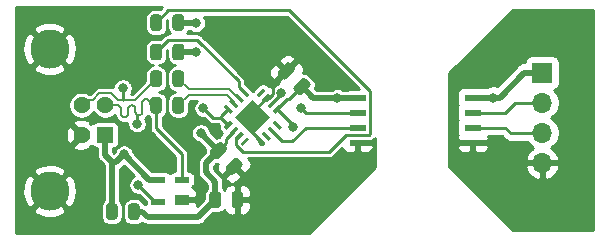
<source format=gtl>
G04 #@! TF.GenerationSoftware,KiCad,Pcbnew,(5.1.6)-1*
G04 #@! TF.CreationDate,2020-09-01T22:28:32+02:00*
G04 #@! TF.ProjectId,UtU,5574552e-6b69-4636-9164-5f7063625858,rev?*
G04 #@! TF.SameCoordinates,Original*
G04 #@! TF.FileFunction,Copper,L1,Top*
G04 #@! TF.FilePolarity,Positive*
%FSLAX46Y46*%
G04 Gerber Fmt 4.6, Leading zero omitted, Abs format (unit mm)*
G04 Created by KiCad (PCBNEW (5.1.6)-1) date 2020-09-01 22:28:32*
%MOMM*%
%LPD*%
G01*
G04 APERTURE LIST*
G04 #@! TA.AperFunction,SMDPad,CuDef*
%ADD10C,0.100000*%
G04 #@! TD*
G04 #@! TA.AperFunction,SMDPad,CuDef*
%ADD11R,1.449999X0.560000*%
G04 #@! TD*
G04 #@! TA.AperFunction,ComponentPad*
%ADD12O,1.700000X1.700000*%
G04 #@! TD*
G04 #@! TA.AperFunction,ComponentPad*
%ADD13R,1.700000X1.700000*%
G04 #@! TD*
G04 #@! TA.AperFunction,ComponentPad*
%ADD14C,3.316000*%
G04 #@! TD*
G04 #@! TA.AperFunction,ComponentPad*
%ADD15C,1.428000*%
G04 #@! TD*
G04 #@! TA.AperFunction,ComponentPad*
%ADD16R,1.428000X1.428000*%
G04 #@! TD*
G04 #@! TA.AperFunction,SMDPad,CuDef*
%ADD17R,1.310000X0.550000*%
G04 #@! TD*
G04 #@! TA.AperFunction,SMDPad,CuDef*
%ADD18R,1.310000X0.940000*%
G04 #@! TD*
G04 #@! TA.AperFunction,ViaPad*
%ADD19C,0.800000*%
G04 #@! TD*
G04 #@! TA.AperFunction,Conductor*
%ADD20C,0.500000*%
G04 #@! TD*
G04 #@! TA.AperFunction,Conductor*
%ADD21C,0.250000*%
G04 #@! TD*
G04 #@! TA.AperFunction,Conductor*
%ADD22C,0.200000*%
G04 #@! TD*
G04 #@! TA.AperFunction,Conductor*
%ADD23C,0.254000*%
G04 #@! TD*
G04 APERTURE END LIST*
G04 #@! TA.AperFunction,SMDPad,CuDef*
D10*
G04 #@! TO.P,U2,17*
G04 #@! TO.N,GND1*
G36*
X125500000Y-63265076D02*
G01*
X126984924Y-64750000D01*
X125500000Y-66234924D01*
X124015076Y-64750000D01*
X125500000Y-63265076D01*
G37*
G04 #@! TD.AperFunction*
G04 #@! TA.AperFunction,SMDPad,CuDef*
G04 #@! TO.P,U2,16*
G04 #@! TO.N,Net-(U2-Pad16)*
G36*
X127395046Y-65039914D02*
G01*
X127967802Y-65612670D01*
X127741528Y-65838944D01*
X127168772Y-65266188D01*
X127395046Y-65039914D01*
G37*
G04 #@! TD.AperFunction*
G04 #@! TA.AperFunction,SMDPad,CuDef*
G04 #@! TO.P,U2,15*
G04 #@! TO.N,TX*
G36*
X126935427Y-65499534D02*
G01*
X127508183Y-66072290D01*
X127281909Y-66298564D01*
X126709153Y-65725808D01*
X126935427Y-65499534D01*
G37*
G04 #@! TD.AperFunction*
G04 #@! TA.AperFunction,SMDPad,CuDef*
G04 #@! TO.P,U2,14*
G04 #@! TO.N,Net-(U2-Pad14)*
G36*
X126475808Y-65959153D02*
G01*
X127048564Y-66531909D01*
X126822290Y-66758183D01*
X126249534Y-66185427D01*
X126475808Y-65959153D01*
G37*
G04 #@! TD.AperFunction*
G04 #@! TA.AperFunction,SMDPad,CuDef*
G04 #@! TO.P,U2,13*
G04 #@! TO.N,GND1*
G36*
X126016188Y-66418772D02*
G01*
X126588944Y-66991528D01*
X126362670Y-67217802D01*
X125789914Y-66645046D01*
X126016188Y-66418772D01*
G37*
G04 #@! TD.AperFunction*
G04 #@! TA.AperFunction,SMDPad,CuDef*
G04 #@! TO.P,U2,12*
G04 #@! TO.N,Net-(U2-Pad12)*
G36*
X124983812Y-66418772D02*
G01*
X125210086Y-66645046D01*
X124637330Y-67217802D01*
X124411056Y-66991528D01*
X124983812Y-66418772D01*
G37*
G04 #@! TD.AperFunction*
G04 #@! TA.AperFunction,SMDPad,CuDef*
G04 #@! TO.P,U2,11*
G04 #@! TO.N,RXLED*
G36*
X124524192Y-65959153D02*
G01*
X124750466Y-66185427D01*
X124177710Y-66758183D01*
X123951436Y-66531909D01*
X124524192Y-65959153D01*
G37*
G04 #@! TD.AperFunction*
G04 #@! TA.AperFunction,SMDPad,CuDef*
G04 #@! TO.P,U2,10*
G04 #@! TO.N,VCCusb*
G36*
X124064573Y-65499534D02*
G01*
X124290847Y-65725808D01*
X123718091Y-66298564D01*
X123491817Y-66072290D01*
X124064573Y-65499534D01*
G37*
G04 #@! TD.AperFunction*
G04 #@! TA.AperFunction,SMDPad,CuDef*
G04 #@! TO.P,U2,9*
G04 #@! TO.N,VCCio*
G36*
X123604954Y-65039914D02*
G01*
X123831228Y-65266188D01*
X123258472Y-65838944D01*
X123032198Y-65612670D01*
X123604954Y-65039914D01*
G37*
G04 #@! TD.AperFunction*
G04 #@! TA.AperFunction,SMDPad,CuDef*
G04 #@! TO.P,U2,8*
G36*
X123258472Y-63661056D02*
G01*
X123831228Y-64233812D01*
X123604954Y-64460086D01*
X123032198Y-63887330D01*
X123258472Y-63661056D01*
G37*
G04 #@! TD.AperFunction*
G04 #@! TA.AperFunction,SMDPad,CuDef*
G04 #@! TO.P,U2,7*
G04 #@! TO.N,U+*
G36*
X123718091Y-63201436D02*
G01*
X124290847Y-63774192D01*
X124064573Y-64000466D01*
X123491817Y-63427710D01*
X123718091Y-63201436D01*
G37*
G04 #@! TD.AperFunction*
G04 #@! TA.AperFunction,SMDPad,CuDef*
G04 #@! TO.P,U2,6*
G04 #@! TO.N,U-*
G36*
X124177710Y-62741817D02*
G01*
X124750466Y-63314573D01*
X124524192Y-63540847D01*
X123951436Y-62968091D01*
X124177710Y-62741817D01*
G37*
G04 #@! TD.AperFunction*
G04 #@! TA.AperFunction,SMDPad,CuDef*
G04 #@! TO.P,U2,5*
G04 #@! TO.N,TXLED*
G36*
X124637330Y-62282198D02*
G01*
X125210086Y-62854954D01*
X124983812Y-63081228D01*
X124411056Y-62508472D01*
X124637330Y-62282198D01*
G37*
G04 #@! TD.AperFunction*
G04 #@! TA.AperFunction,SMDPad,CuDef*
G04 #@! TO.P,U2,4*
G04 #@! TO.N,Net-(U2-Pad4)*
G36*
X126362670Y-62282198D02*
G01*
X126588944Y-62508472D01*
X126016188Y-63081228D01*
X125789914Y-62854954D01*
X126362670Y-62282198D01*
G37*
G04 #@! TD.AperFunction*
G04 #@! TA.AperFunction,SMDPad,CuDef*
G04 #@! TO.P,U2,3*
G04 #@! TO.N,GND1*
G36*
X126822290Y-62741817D02*
G01*
X127048564Y-62968091D01*
X126475808Y-63540847D01*
X126249534Y-63314573D01*
X126822290Y-62741817D01*
G37*
G04 #@! TD.AperFunction*
G04 #@! TA.AperFunction,SMDPad,CuDef*
G04 #@! TO.P,U2,2*
G04 #@! TO.N,RX*
G36*
X127281909Y-63201436D02*
G01*
X127508183Y-63427710D01*
X126935427Y-64000466D01*
X126709153Y-63774192D01*
X127281909Y-63201436D01*
G37*
G04 #@! TD.AperFunction*
G04 #@! TA.AperFunction,SMDPad,CuDef*
G04 #@! TO.P,U2,1*
G04 #@! TO.N,VCCio*
G36*
X127741528Y-63661056D02*
G01*
X127967802Y-63887330D01*
X127395046Y-64460086D01*
X127168772Y-64233812D01*
X127741528Y-63661056D01*
G37*
G04 #@! TD.AperFunction*
G04 #@! TD*
D11*
G04 #@! TO.P,U1,8*
G04 #@! TO.N,Net-(C5-Pad2)*
X144130000Y-63095000D03*
G04 #@! TO.P,U1,7*
G04 #@! TO.N,ISORX*
X144130000Y-64365000D03*
G04 #@! TO.P,U1,6*
G04 #@! TO.N,ISOTX*
X144130000Y-65635000D03*
G04 #@! TO.P,U1,5*
G04 #@! TO.N,GND2*
X144130000Y-66905000D03*
G04 #@! TO.P,U1,4*
G04 #@! TO.N,GND1*
X134370000Y-66905000D03*
G04 #@! TO.P,U1,3*
G04 #@! TO.N,TX*
X134370000Y-65635000D03*
G04 #@! TO.P,U1,2*
G04 #@! TO.N,RX*
X134370000Y-64365000D03*
G04 #@! TO.P,U1,1*
G04 #@! TO.N,VCCio*
X134370000Y-63095000D03*
G04 #@! TD*
G04 #@! TO.P,R2,2*
G04 #@! TO.N,U-*
G04 #@! TA.AperFunction,SMDPad,CuDef*
G36*
G01*
X118700000Y-61956250D02*
X118700000Y-61043750D01*
G75*
G02*
X118943750Y-60800000I243750J0D01*
G01*
X119431250Y-60800000D01*
G75*
G02*
X119675000Y-61043750I0J-243750D01*
G01*
X119675000Y-61956250D01*
G75*
G02*
X119431250Y-62200000I-243750J0D01*
G01*
X118943750Y-62200000D01*
G75*
G02*
X118700000Y-61956250I0J243750D01*
G01*
G37*
G04 #@! TD.AperFunction*
G04 #@! TO.P,R2,1*
G04 #@! TO.N,D+*
G04 #@! TA.AperFunction,SMDPad,CuDef*
G36*
G01*
X116825000Y-61956250D02*
X116825000Y-61043750D01*
G75*
G02*
X117068750Y-60800000I243750J0D01*
G01*
X117556250Y-60800000D01*
G75*
G02*
X117800000Y-61043750I0J-243750D01*
G01*
X117800000Y-61956250D01*
G75*
G02*
X117556250Y-62200000I-243750J0D01*
G01*
X117068750Y-62200000D01*
G75*
G02*
X116825000Y-61956250I0J243750D01*
G01*
G37*
G04 #@! TD.AperFunction*
G04 #@! TD*
G04 #@! TO.P,R1,2*
G04 #@! TO.N,D-*
G04 #@! TA.AperFunction,SMDPad,CuDef*
G36*
G01*
X117800000Y-63293750D02*
X117800000Y-64206250D01*
G75*
G02*
X117556250Y-64450000I-243750J0D01*
G01*
X117068750Y-64450000D01*
G75*
G02*
X116825000Y-64206250I0J243750D01*
G01*
X116825000Y-63293750D01*
G75*
G02*
X117068750Y-63050000I243750J0D01*
G01*
X117556250Y-63050000D01*
G75*
G02*
X117800000Y-63293750I0J-243750D01*
G01*
G37*
G04 #@! TD.AperFunction*
G04 #@! TO.P,R1,1*
G04 #@! TO.N,U+*
G04 #@! TA.AperFunction,SMDPad,CuDef*
G36*
G01*
X119675000Y-63293750D02*
X119675000Y-64206250D01*
G75*
G02*
X119431250Y-64450000I-243750J0D01*
G01*
X118943750Y-64450000D01*
G75*
G02*
X118700000Y-64206250I0J243750D01*
G01*
X118700000Y-63293750D01*
G75*
G02*
X118943750Y-63050000I243750J0D01*
G01*
X119431250Y-63050000D01*
G75*
G02*
X119675000Y-63293750I0J-243750D01*
G01*
G37*
G04 #@! TD.AperFunction*
G04 #@! TD*
D12*
G04 #@! TO.P,J2,4*
G04 #@! TO.N,GND2*
X150000000Y-68620000D03*
G04 #@! TO.P,J2,3*
G04 #@! TO.N,ISOTX*
X150000000Y-66080000D03*
G04 #@! TO.P,J2,2*
G04 #@! TO.N,ISORX*
X150000000Y-63540000D03*
D13*
G04 #@! TO.P,J2,1*
G04 #@! TO.N,Net-(C5-Pad2)*
X150000000Y-61000000D03*
G04 #@! TD*
D14*
G04 #@! TO.P,J1,5*
G04 #@! TO.N,GND1*
X108290000Y-71020000D03*
X108290000Y-58980000D03*
D15*
G04 #@! TO.P,J1,4*
X111000000Y-66250000D03*
G04 #@! TO.P,J1,3*
G04 #@! TO.N,D+*
X111000000Y-63750000D03*
D16*
G04 #@! TO.P,J1,1*
G04 #@! TO.N,Net-(C1-Pad2)*
X113000000Y-66250000D03*
D15*
G04 #@! TO.P,J1,2*
G04 #@! TO.N,D-*
X113000000Y-63750000D03*
G04 #@! TD*
G04 #@! TO.P,FB1,2*
G04 #@! TO.N,Net-(C1-Pad2)*
G04 #@! TA.AperFunction,SMDPad,CuDef*
G36*
G01*
X114050000Y-72293750D02*
X114050000Y-73206250D01*
G75*
G02*
X113806250Y-73450000I-243750J0D01*
G01*
X113318750Y-73450000D01*
G75*
G02*
X113075000Y-73206250I0J243750D01*
G01*
X113075000Y-72293750D01*
G75*
G02*
X113318750Y-72050000I243750J0D01*
G01*
X113806250Y-72050000D01*
G75*
G02*
X114050000Y-72293750I0J-243750D01*
G01*
G37*
G04 #@! TD.AperFunction*
G04 #@! TO.P,FB1,1*
G04 #@! TO.N,VCCusb*
G04 #@! TA.AperFunction,SMDPad,CuDef*
G36*
G01*
X115925000Y-72293750D02*
X115925000Y-73206250D01*
G75*
G02*
X115681250Y-73450000I-243750J0D01*
G01*
X115193750Y-73450000D01*
G75*
G02*
X114950000Y-73206250I0J243750D01*
G01*
X114950000Y-72293750D01*
G75*
G02*
X115193750Y-72050000I243750J0D01*
G01*
X115681250Y-72050000D01*
G75*
G02*
X115925000Y-72293750I0J-243750D01*
G01*
G37*
G04 #@! TD.AperFunction*
G04 #@! TD*
G04 #@! TO.P,D3,2*
G04 #@! TO.N,Net-(D3-Pad2)*
G04 #@! TA.AperFunction,SMDPad,CuDef*
G36*
G01*
X118700000Y-57206250D02*
X118700000Y-56293750D01*
G75*
G02*
X118943750Y-56050000I243750J0D01*
G01*
X119431250Y-56050000D01*
G75*
G02*
X119675000Y-56293750I0J-243750D01*
G01*
X119675000Y-57206250D01*
G75*
G02*
X119431250Y-57450000I-243750J0D01*
G01*
X118943750Y-57450000D01*
G75*
G02*
X118700000Y-57206250I0J243750D01*
G01*
G37*
G04 #@! TD.AperFunction*
G04 #@! TO.P,D3,1*
G04 #@! TO.N,RXLED*
G04 #@! TA.AperFunction,SMDPad,CuDef*
G36*
G01*
X116825000Y-57206250D02*
X116825000Y-56293750D01*
G75*
G02*
X117068750Y-56050000I243750J0D01*
G01*
X117556250Y-56050000D01*
G75*
G02*
X117800000Y-56293750I0J-243750D01*
G01*
X117800000Y-57206250D01*
G75*
G02*
X117556250Y-57450000I-243750J0D01*
G01*
X117068750Y-57450000D01*
G75*
G02*
X116825000Y-57206250I0J243750D01*
G01*
G37*
G04 #@! TD.AperFunction*
G04 #@! TD*
G04 #@! TO.P,D2,2*
G04 #@! TO.N,Net-(D2-Pad2)*
G04 #@! TA.AperFunction,SMDPad,CuDef*
G36*
G01*
X118700000Y-59706250D02*
X118700000Y-58793750D01*
G75*
G02*
X118943750Y-58550000I243750J0D01*
G01*
X119431250Y-58550000D01*
G75*
G02*
X119675000Y-58793750I0J-243750D01*
G01*
X119675000Y-59706250D01*
G75*
G02*
X119431250Y-59950000I-243750J0D01*
G01*
X118943750Y-59950000D01*
G75*
G02*
X118700000Y-59706250I0J243750D01*
G01*
G37*
G04 #@! TD.AperFunction*
G04 #@! TO.P,D2,1*
G04 #@! TO.N,TXLED*
G04 #@! TA.AperFunction,SMDPad,CuDef*
G36*
G01*
X116825000Y-59706250D02*
X116825000Y-58793750D01*
G75*
G02*
X117068750Y-58550000I243750J0D01*
G01*
X117556250Y-58550000D01*
G75*
G02*
X117800000Y-58793750I0J-243750D01*
G01*
X117800000Y-59706250D01*
G75*
G02*
X117556250Y-59950000I-243750J0D01*
G01*
X117068750Y-59950000D01*
G75*
G02*
X116825000Y-59706250I0J243750D01*
G01*
G37*
G04 #@! TD.AperFunction*
G04 #@! TD*
D17*
G04 #@! TO.P,D1,3*
G04 #@! TO.N,Net-(C1-Pad2)*
X117500000Y-70040000D03*
G04 #@! TO.P,D1,2*
G04 #@! TO.N,D-*
X119500000Y-70040000D03*
D18*
G04 #@! TO.P,D1,1*
G04 #@! TO.N,GND1*
X119500000Y-71760000D03*
D17*
G04 #@! TO.P,D1,4*
G04 #@! TO.N,D+*
X117500000Y-71960000D03*
G04 #@! TD*
G04 #@! TO.P,C8,2*
G04 #@! TO.N,VCCusb*
G04 #@! TA.AperFunction,SMDPad,CuDef*
G36*
G01*
X122800000Y-71293750D02*
X122800000Y-72206250D01*
G75*
G02*
X122556250Y-72450000I-243750J0D01*
G01*
X122068750Y-72450000D01*
G75*
G02*
X121825000Y-72206250I0J243750D01*
G01*
X121825000Y-71293750D01*
G75*
G02*
X122068750Y-71050000I243750J0D01*
G01*
X122556250Y-71050000D01*
G75*
G02*
X122800000Y-71293750I0J-243750D01*
G01*
G37*
G04 #@! TD.AperFunction*
G04 #@! TO.P,C8,1*
G04 #@! TO.N,GND1*
G04 #@! TA.AperFunction,SMDPad,CuDef*
G36*
G01*
X124675000Y-71293750D02*
X124675000Y-72206250D01*
G75*
G02*
X124431250Y-72450000I-243750J0D01*
G01*
X123943750Y-72450000D01*
G75*
G02*
X123700000Y-72206250I0J243750D01*
G01*
X123700000Y-71293750D01*
G75*
G02*
X123943750Y-71050000I243750J0D01*
G01*
X124431250Y-71050000D01*
G75*
G02*
X124675000Y-71293750I0J-243750D01*
G01*
G37*
G04 #@! TD.AperFunction*
G04 #@! TD*
G04 #@! TO.P,C7,2*
G04 #@! TO.N,GND1*
G04 #@! TA.AperFunction,SMDPad,CuDef*
G36*
G01*
X129004419Y-60859184D02*
X128359184Y-61504419D01*
G75*
G02*
X128014470Y-61504419I-172357J172357D01*
G01*
X127669755Y-61159704D01*
G75*
G02*
X127669755Y-60814990I172357J172357D01*
G01*
X128314990Y-60169755D01*
G75*
G02*
X128659704Y-60169755I172357J-172357D01*
G01*
X129004419Y-60514470D01*
G75*
G02*
X129004419Y-60859184I-172357J-172357D01*
G01*
G37*
G04 #@! TD.AperFunction*
G04 #@! TO.P,C7,1*
G04 #@! TO.N,VCCio*
G04 #@! TA.AperFunction,SMDPad,CuDef*
G36*
G01*
X130330245Y-62185010D02*
X129685010Y-62830245D01*
G75*
G02*
X129340296Y-62830245I-172357J172357D01*
G01*
X128995581Y-62485530D01*
G75*
G02*
X128995581Y-62140816I172357J172357D01*
G01*
X129640816Y-61495581D01*
G75*
G02*
X129985530Y-61495581I172357J-172357D01*
G01*
X130330245Y-61840296D01*
G75*
G02*
X130330245Y-62185010I-172357J-172357D01*
G01*
G37*
G04 #@! TD.AperFunction*
G04 #@! TD*
G04 #@! TO.P,C6,2*
G04 #@! TO.N,VCCusb*
G04 #@! TA.AperFunction,SMDPad,CuDef*
G36*
G01*
X123254419Y-67609184D02*
X122609184Y-68254419D01*
G75*
G02*
X122264470Y-68254419I-172357J172357D01*
G01*
X121919755Y-67909704D01*
G75*
G02*
X121919755Y-67564990I172357J172357D01*
G01*
X122564990Y-66919755D01*
G75*
G02*
X122909704Y-66919755I172357J-172357D01*
G01*
X123254419Y-67264470D01*
G75*
G02*
X123254419Y-67609184I-172357J-172357D01*
G01*
G37*
G04 #@! TD.AperFunction*
G04 #@! TO.P,C6,1*
G04 #@! TO.N,GND1*
G04 #@! TA.AperFunction,SMDPad,CuDef*
G36*
G01*
X124580245Y-68935010D02*
X123935010Y-69580245D01*
G75*
G02*
X123590296Y-69580245I-172357J172357D01*
G01*
X123245581Y-69235530D01*
G75*
G02*
X123245581Y-68890816I172357J172357D01*
G01*
X123890816Y-68245581D01*
G75*
G02*
X124235530Y-68245581I172357J-172357D01*
G01*
X124580245Y-68590296D01*
G75*
G02*
X124580245Y-68935010I-172357J-172357D01*
G01*
G37*
G04 #@! TD.AperFunction*
G04 #@! TD*
D19*
G04 #@! TO.N,Net-(C1-Pad2)*
X114600000Y-67900000D03*
G04 #@! TO.N,GND1*
X121000000Y-70700000D03*
X132000000Y-61000000D03*
X131000000Y-60000000D03*
X130000000Y-59000000D03*
X129000000Y-58000000D03*
X128000000Y-57000000D03*
X127000000Y-58000000D03*
X126000000Y-59000000D03*
X126000000Y-61000000D03*
X126000000Y-57000000D03*
X115000000Y-57000000D03*
X113000000Y-57000000D03*
X111000000Y-57000000D03*
X111000000Y-61000000D03*
X116000000Y-61000000D03*
X116000000Y-59000000D03*
X108000000Y-67000000D03*
X108000000Y-65000000D03*
X108000000Y-63000000D03*
X111000000Y-73000000D03*
X127000000Y-73000000D03*
X127000000Y-71000000D03*
X127000000Y-69000000D03*
X129000000Y-69000000D03*
X129000000Y-71000000D03*
X129000000Y-73000000D03*
X131000000Y-73000000D03*
X131000000Y-71000000D03*
X131000000Y-69000000D03*
X133000000Y-70000000D03*
G04 #@! TO.N,VCCio*
X132655000Y-63095000D03*
X121300000Y-64000000D03*
X128900000Y-65600000D03*
G04 #@! TO.N,D-*
X115700000Y-65300000D03*
G04 #@! TO.N,D+*
X114500000Y-62300000D03*
X115800000Y-70500000D03*
G04 #@! TO.N,Net-(C5-Pad2)*
X145845000Y-63095000D03*
G04 #@! TO.N,GND2*
X152500000Y-72500000D03*
X152500000Y-70000000D03*
X152500000Y-67500000D03*
X152500000Y-65000000D03*
X152500000Y-62500000D03*
X152500000Y-60000000D03*
X152500000Y-57500000D03*
X150000000Y-57500000D03*
X147500000Y-57500000D03*
X147500000Y-60000000D03*
X145000000Y-60000000D03*
X145000000Y-70000000D03*
X147500000Y-70000000D03*
X147500000Y-72500000D03*
X150000000Y-72500000D03*
X147500000Y-67500000D03*
G04 #@! TO.N,VCCusb*
X121100000Y-66100000D03*
G04 #@! TO.N,Net-(D2-Pad2)*
X120700000Y-59200000D03*
G04 #@! TO.N,Net-(D3-Pad2)*
X120700000Y-56800000D03*
G04 #@! TO.N,RX*
X129600000Y-64000000D03*
X127911924Y-62695385D03*
G04 #@! TD*
D20*
G04 #@! TO.N,Net-(C1-Pad2)*
X113562500Y-72750000D02*
X113562500Y-68562500D01*
X113000000Y-68000000D02*
X113000000Y-66250000D01*
X113562500Y-68562500D02*
X113000000Y-68000000D01*
X113937500Y-68562500D02*
X113562500Y-68562500D01*
X114600000Y-67900000D02*
X113937500Y-68562500D01*
X116740000Y-70040000D02*
X114600000Y-67900000D01*
X117500000Y-70040000D02*
X116740000Y-70040000D01*
D21*
G04 #@! TO.N,GND1*
X127186923Y-61987251D02*
X128337087Y-60837087D01*
X127186923Y-62829732D02*
X127186923Y-61987251D01*
X126875323Y-63141332D02*
X127186923Y-62829732D01*
X126649049Y-63141332D02*
X126875323Y-63141332D01*
X125500000Y-66128858D02*
X125500000Y-64750000D01*
X126189429Y-66818287D02*
X125500000Y-66128858D01*
X125500000Y-64290381D02*
X125500000Y-64750000D01*
X126649049Y-63141332D02*
X125500000Y-64290381D01*
D20*
G04 #@! TO.N,VCCio*
X130595000Y-63095000D02*
X129662913Y-62162913D01*
X134370000Y-63095000D02*
X132655000Y-63095000D01*
X132655000Y-63095000D02*
X130595000Y-63095000D01*
D21*
X129662913Y-62162913D02*
X128575826Y-63250000D01*
X128378858Y-63250000D02*
X127568287Y-64060571D01*
X128575826Y-63250000D02*
X128378858Y-63250000D01*
X123431713Y-65439429D02*
X122792284Y-64800000D01*
X122792284Y-64700000D02*
X123431713Y-64060571D01*
X122792284Y-64800000D02*
X122792284Y-64700000D01*
X122792284Y-64800000D02*
X122100000Y-64800000D01*
X122100000Y-64800000D02*
X121300000Y-64000000D01*
X128900000Y-65392284D02*
X127568287Y-64060571D01*
X128900000Y-65600000D02*
X128900000Y-65392284D01*
D22*
G04 #@! TO.N,D-*
X117172636Y-63750000D02*
X117312500Y-63750000D01*
X117010630Y-63750000D02*
X117172636Y-63750000D01*
X116897546Y-63724190D02*
X116952634Y-63743466D01*
X116848129Y-63693139D02*
X116897546Y-63724190D01*
X116806861Y-63651871D02*
X116848129Y-63693139D01*
X116775810Y-63602454D02*
X116806861Y-63651871D01*
X116756534Y-63547366D02*
X116775810Y-63602454D01*
X116743465Y-63431374D02*
X116756534Y-63547366D01*
X116724189Y-63376286D02*
X116743465Y-63431374D01*
X116693138Y-63326869D02*
X116724189Y-63376286D01*
X116651870Y-63285601D02*
X116693138Y-63326869D01*
X116602453Y-63254550D02*
X116651870Y-63285601D01*
X116547365Y-63235274D02*
X116602453Y-63254550D01*
X116489370Y-63228739D02*
X116547365Y-63235274D01*
X116352634Y-63235274D02*
X116410630Y-63228739D01*
X116297546Y-63254550D02*
X116352634Y-63235274D01*
X116248129Y-63285601D02*
X116297546Y-63254550D01*
X116206861Y-63326869D02*
X116248129Y-63285601D01*
X116175810Y-63376286D02*
X116206861Y-63326869D01*
X116156534Y-63431374D02*
X116175810Y-63376286D01*
X116150000Y-63489369D02*
X116156534Y-63431374D01*
X116150000Y-64271261D02*
X116150000Y-63489369D01*
X116142478Y-64338017D02*
X116150000Y-64271261D01*
X116120290Y-64401426D02*
X116142478Y-64338017D01*
X116084549Y-64458307D02*
X116120290Y-64401426D01*
X115980165Y-64541551D02*
X116037046Y-64505810D01*
X115916756Y-64563739D02*
X115980165Y-64541551D01*
X114942478Y-64516757D02*
X114950000Y-64450000D01*
X114180165Y-63779710D02*
X114237046Y-63815451D01*
X115719834Y-64541551D02*
X115783243Y-64563739D01*
X114920290Y-64580166D02*
X114942478Y-64516757D01*
X114237046Y-63815451D02*
X114284549Y-63862954D01*
X115662953Y-64505810D02*
X115719834Y-64541551D01*
X114837046Y-64684550D02*
X114884549Y-64637047D01*
X115250000Y-63750000D02*
X115316756Y-63757521D01*
X116037046Y-64505810D02*
X116084549Y-64458307D01*
X114716756Y-64742479D02*
X114780165Y-64720291D01*
X114650000Y-64750000D02*
X114716756Y-64742479D01*
X115550000Y-64050000D02*
X115550000Y-64271261D01*
X114583243Y-64742479D02*
X114650000Y-64750000D01*
X115380165Y-63779709D02*
X115437046Y-63815450D01*
X114519834Y-64720291D02*
X114583243Y-64742479D01*
X114116756Y-63757522D02*
X114180165Y-63779710D01*
X115542478Y-63983243D02*
X115550000Y-64050000D01*
X114462953Y-64684550D02*
X114519834Y-64720291D01*
X114342478Y-63983244D02*
X114350000Y-64050000D01*
X115520290Y-63919834D02*
X115542478Y-63983243D01*
X114415450Y-64637047D02*
X114462953Y-64684550D01*
X113000000Y-63750000D02*
X114050000Y-63750000D01*
X115550000Y-64271261D02*
X115557521Y-64338017D01*
X114379709Y-64580166D02*
X114415450Y-64637047D01*
X116952634Y-63743466D02*
X117010630Y-63750000D01*
X114350000Y-64050000D02*
X114350000Y-64450000D01*
X114884549Y-64637047D02*
X114920290Y-64580166D01*
X115437046Y-63815450D02*
X115484549Y-63862953D01*
X114284549Y-63862954D02*
X114320290Y-63919835D01*
X114979709Y-63919835D02*
X115015450Y-63862954D01*
X114350000Y-64450000D02*
X114357521Y-64516757D01*
X115557521Y-64338017D02*
X115579709Y-64401426D01*
X114320290Y-63919835D02*
X114342478Y-63983244D01*
X115015450Y-63862954D02*
X115062953Y-63815451D01*
X115579709Y-64401426D02*
X115615450Y-64458307D01*
X115850000Y-64571261D02*
X115916756Y-64563739D01*
X114050000Y-63750000D02*
X114116756Y-63757522D01*
X115062953Y-63815451D02*
X115119834Y-63779710D01*
X115615450Y-64458307D02*
X115662953Y-64505810D01*
X116410630Y-63228739D02*
X116489370Y-63228739D01*
X114357521Y-64516757D02*
X114379709Y-64580166D01*
X114780165Y-64720291D02*
X114837046Y-64684550D01*
X115484549Y-63862953D02*
X115520290Y-63919834D01*
X114950000Y-64450000D02*
X114950000Y-64050000D01*
X115783243Y-64563739D02*
X115850000Y-64571261D01*
X114950000Y-64050000D02*
X114957521Y-63983244D01*
X115316756Y-63757521D02*
X115380165Y-63779709D01*
X114957521Y-63983244D02*
X114979709Y-63919835D01*
X115119834Y-63779710D02*
X115183243Y-63757522D01*
X115183243Y-63757522D02*
X115250000Y-63750000D01*
D21*
X115700000Y-64561385D02*
X115719834Y-64541551D01*
X115700000Y-65300000D02*
X115700000Y-64561385D01*
X119500000Y-70040000D02*
X119500000Y-67900000D01*
X117312500Y-65712500D02*
X117312500Y-63750000D01*
X119500000Y-67900000D02*
X117312500Y-65712500D01*
D22*
G04 #@! TO.N,D+*
X115512500Y-63300000D02*
X117312500Y-61500000D01*
X111450000Y-63300000D02*
X111949278Y-63300000D01*
X111949278Y-63300000D02*
X112513279Y-62735999D01*
X111000000Y-63750000D02*
X111450000Y-63300000D01*
X113486721Y-62735999D02*
X114050722Y-63300000D01*
X112513279Y-62735999D02*
X113486721Y-62735999D01*
D21*
X114500000Y-62300000D02*
X114500000Y-63300000D01*
D22*
X114050722Y-63300000D02*
X114500000Y-63300000D01*
X114500000Y-63300000D02*
X115512500Y-63300000D01*
D21*
X117500000Y-71960000D02*
X117260000Y-71960000D01*
X117260000Y-71960000D02*
X115800000Y-70500000D01*
D20*
G04 #@! TO.N,Net-(C5-Pad2)*
X150000000Y-61000000D02*
X148500000Y-61000000D01*
X148500000Y-61000000D02*
X146405000Y-63095000D01*
X146405000Y-63095000D02*
X145845000Y-63095000D01*
X145845000Y-63095000D02*
X144130000Y-63095000D01*
G04 #@! TO.N,VCCusb*
X115437500Y-72750000D02*
X116150000Y-72750000D01*
X116150000Y-72750000D02*
X116600000Y-73200000D01*
X120862500Y-73200000D02*
X122312500Y-71750000D01*
X116600000Y-73200000D02*
X120862500Y-73200000D01*
X122312500Y-71750000D02*
X122312500Y-70212500D01*
X122312500Y-70212500D02*
X121500000Y-69400000D01*
X121500000Y-68674174D02*
X122587087Y-67587087D01*
X121500000Y-69400000D02*
X121500000Y-68674174D01*
D21*
X122587087Y-67587087D02*
X123200000Y-66974174D01*
X123200000Y-66590381D02*
X123891332Y-65899049D01*
X123200000Y-66974174D02*
X123200000Y-66590381D01*
D20*
X122587087Y-67587087D02*
X121100000Y-66100000D01*
G04 #@! TO.N,Net-(D2-Pad2)*
X119187500Y-59250000D02*
X120650000Y-59250000D01*
X120650000Y-59250000D02*
X120700000Y-59200000D01*
D21*
G04 #@! TO.N,TXLED*
X120797992Y-58224990D02*
X124300000Y-61726998D01*
X117312500Y-59250000D02*
X118337510Y-58224990D01*
X118337510Y-58224990D02*
X120797992Y-58224990D01*
X124300000Y-62171142D02*
X124810571Y-62681713D01*
X124300000Y-61726998D02*
X124300000Y-62171142D01*
D20*
G04 #@! TO.N,Net-(D3-Pad2)*
X119237500Y-56800000D02*
X119187500Y-56750000D01*
X120700000Y-56800000D02*
X119237500Y-56800000D01*
D21*
G04 #@! TO.N,RXLED*
X124086046Y-66623573D02*
X124350951Y-66358668D01*
X124086046Y-67126154D02*
X124086046Y-66623573D01*
X124632308Y-67672416D02*
X124086046Y-67126154D01*
X133385000Y-66240001D02*
X131952585Y-67672416D01*
X135420001Y-66175001D02*
X135355001Y-66240001D01*
X135420001Y-62554999D02*
X135420001Y-66175001D01*
X128589992Y-55724990D02*
X135420001Y-62554999D01*
X135355001Y-66240001D02*
X133385000Y-66240001D01*
X118337510Y-55724990D02*
X128589992Y-55724990D01*
X131952585Y-67672416D02*
X124632308Y-67672416D01*
X117312500Y-56750000D02*
X118337510Y-55724990D01*
G04 #@! TO.N,ISOTX*
X150000000Y-66080000D02*
X147330000Y-66080000D01*
X146885000Y-65635000D02*
X144130000Y-65635000D01*
X147330000Y-66080000D02*
X146885000Y-65635000D01*
G04 #@! TO.N,ISORX*
X150000000Y-63540000D02*
X147710000Y-63540000D01*
X146885000Y-64365000D02*
X144130000Y-64365000D01*
X147710000Y-63540000D02*
X146885000Y-64365000D01*
G04 #@! TO.N,TX*
X134370000Y-65635000D02*
X129965000Y-65635000D01*
X129965000Y-65635000D02*
X128800000Y-66800000D01*
X128009619Y-66800000D02*
X127108668Y-65899049D01*
X128800000Y-66800000D02*
X128009619Y-66800000D01*
G04 #@! TO.N,RX*
X134370000Y-64365000D02*
X129965000Y-64365000D01*
X129965000Y-64365000D02*
X129600000Y-64000000D01*
X127911924Y-62797695D02*
X127108668Y-63600951D01*
X127911924Y-62695385D02*
X127911924Y-62797695D01*
D22*
G04 #@! TO.N,U+*
X120087500Y-62850000D02*
X123281801Y-62850000D01*
X123281801Y-62850000D02*
X123891332Y-63459531D01*
X119187500Y-63750000D02*
X120087500Y-62850000D01*
X123891332Y-63459531D02*
X123891332Y-63600951D01*
G04 #@! TO.N,U-*
X120087500Y-62400000D02*
X123468199Y-62400000D01*
X124209531Y-63141332D02*
X124350951Y-63141332D01*
X123468199Y-62400000D02*
X124209531Y-63141332D01*
X119187500Y-61500000D02*
X120087500Y-62400000D01*
G04 #@! TD*
D23*
G04 #@! TO.N,GND2*
G36*
X154340001Y-74340000D02*
G01*
X147519606Y-74340000D01*
X142156496Y-68976890D01*
X148558524Y-68976890D01*
X148603175Y-69124099D01*
X148728359Y-69386920D01*
X148902412Y-69620269D01*
X149118645Y-69815178D01*
X149368748Y-69964157D01*
X149643109Y-70061481D01*
X149873000Y-69940814D01*
X149873000Y-68747000D01*
X150127000Y-68747000D01*
X150127000Y-69940814D01*
X150356891Y-70061481D01*
X150631252Y-69964157D01*
X150881355Y-69815178D01*
X151097588Y-69620269D01*
X151271641Y-69386920D01*
X151396825Y-69124099D01*
X151441476Y-68976890D01*
X151320155Y-68747000D01*
X150127000Y-68747000D01*
X149873000Y-68747000D01*
X148679845Y-68747000D01*
X148558524Y-68976890D01*
X142156496Y-68976890D01*
X142127000Y-68947394D01*
X142127000Y-67190750D01*
X142770001Y-67190750D01*
X142779535Y-67311207D01*
X142816175Y-67430804D01*
X142875443Y-67540956D01*
X142955062Y-67637428D01*
X143051972Y-67716513D01*
X143162448Y-67775173D01*
X143282246Y-67811153D01*
X143406761Y-67823070D01*
X143844250Y-67820000D01*
X144003000Y-67661250D01*
X144003000Y-67032000D01*
X144257000Y-67032000D01*
X144257000Y-67661250D01*
X144415750Y-67820000D01*
X144853239Y-67823070D01*
X144977754Y-67811153D01*
X145097552Y-67775173D01*
X145208028Y-67716513D01*
X145304938Y-67637428D01*
X145384557Y-67540956D01*
X145443825Y-67430804D01*
X145480465Y-67311207D01*
X145489999Y-67190750D01*
X145331249Y-67032000D01*
X144257000Y-67032000D01*
X144003000Y-67032000D01*
X142928751Y-67032000D01*
X142770001Y-67190750D01*
X142127000Y-67190750D01*
X142127000Y-62815000D01*
X142766929Y-62815000D01*
X142766929Y-63375000D01*
X142779189Y-63499482D01*
X142815499Y-63619180D01*
X142874464Y-63729494D01*
X142874879Y-63730000D01*
X142874464Y-63730506D01*
X142815499Y-63840820D01*
X142779189Y-63960518D01*
X142766929Y-64085000D01*
X142766929Y-64645000D01*
X142779189Y-64769482D01*
X142815499Y-64889180D01*
X142874464Y-64999494D01*
X142874879Y-65000000D01*
X142874464Y-65000506D01*
X142815499Y-65110820D01*
X142779189Y-65230518D01*
X142766929Y-65355000D01*
X142766929Y-65915000D01*
X142779189Y-66039482D01*
X142815499Y-66159180D01*
X142874464Y-66269494D01*
X142874909Y-66270036D01*
X142816175Y-66379196D01*
X142779535Y-66498793D01*
X142770001Y-66619250D01*
X142928751Y-66778000D01*
X144003000Y-66778000D01*
X144003000Y-66758000D01*
X144257000Y-66758000D01*
X144257000Y-66778000D01*
X145331249Y-66778000D01*
X145489999Y-66619250D01*
X145480465Y-66498793D01*
X145448667Y-66395000D01*
X146570199Y-66395000D01*
X146766196Y-66590997D01*
X146789999Y-66620001D01*
X146863146Y-66680031D01*
X146905723Y-66714974D01*
X147023636Y-66778000D01*
X147037753Y-66785546D01*
X147181014Y-66829003D01*
X147292667Y-66840000D01*
X147292676Y-66840000D01*
X147329999Y-66843676D01*
X147367322Y-66840000D01*
X148721822Y-66840000D01*
X148846525Y-67026632D01*
X149053368Y-67233475D01*
X149235534Y-67355195D01*
X149118645Y-67424822D01*
X148902412Y-67619731D01*
X148728359Y-67853080D01*
X148603175Y-68115901D01*
X148558524Y-68263110D01*
X148679845Y-68493000D01*
X149873000Y-68493000D01*
X149873000Y-68473000D01*
X150127000Y-68473000D01*
X150127000Y-68493000D01*
X151320155Y-68493000D01*
X151441476Y-68263110D01*
X151396825Y-68115901D01*
X151271641Y-67853080D01*
X151097588Y-67619731D01*
X150881355Y-67424822D01*
X150764466Y-67355195D01*
X150946632Y-67233475D01*
X151153475Y-67026632D01*
X151315990Y-66783411D01*
X151427932Y-66513158D01*
X151485000Y-66226260D01*
X151485000Y-65933740D01*
X151427932Y-65646842D01*
X151315990Y-65376589D01*
X151153475Y-65133368D01*
X150946632Y-64926525D01*
X150772240Y-64810000D01*
X150946632Y-64693475D01*
X151153475Y-64486632D01*
X151315990Y-64243411D01*
X151427932Y-63973158D01*
X151485000Y-63686260D01*
X151485000Y-63393740D01*
X151427932Y-63106842D01*
X151315990Y-62836589D01*
X151153475Y-62593368D01*
X151021620Y-62461513D01*
X151094180Y-62439502D01*
X151204494Y-62380537D01*
X151301185Y-62301185D01*
X151380537Y-62204494D01*
X151439502Y-62094180D01*
X151475812Y-61974482D01*
X151488072Y-61850000D01*
X151488072Y-60150000D01*
X151475812Y-60025518D01*
X151439502Y-59905820D01*
X151380537Y-59795506D01*
X151301185Y-59698815D01*
X151204494Y-59619463D01*
X151094180Y-59560498D01*
X150974482Y-59524188D01*
X150850000Y-59511928D01*
X149150000Y-59511928D01*
X149025518Y-59524188D01*
X148905820Y-59560498D01*
X148795506Y-59619463D01*
X148698815Y-59698815D01*
X148619463Y-59795506D01*
X148560498Y-59905820D01*
X148524188Y-60025518D01*
X148515645Y-60112260D01*
X148499999Y-60110719D01*
X148456533Y-60115000D01*
X148456523Y-60115000D01*
X148326510Y-60127805D01*
X148159687Y-60178411D01*
X148005941Y-60260589D01*
X148005939Y-60260590D01*
X148005940Y-60260590D01*
X147904953Y-60343468D01*
X147904951Y-60343470D01*
X147871183Y-60371183D01*
X147843470Y-60404951D01*
X146148135Y-62100287D01*
X146146898Y-62099774D01*
X145946939Y-62060000D01*
X145743061Y-62060000D01*
X145543102Y-62099774D01*
X145354744Y-62177795D01*
X145306546Y-62210000D01*
X145048089Y-62210000D01*
X144979481Y-62189188D01*
X144854999Y-62176928D01*
X143405001Y-62176928D01*
X143280519Y-62189188D01*
X143160821Y-62225498D01*
X143050507Y-62284463D01*
X142953816Y-62363815D01*
X142874464Y-62460506D01*
X142815499Y-62570820D01*
X142779189Y-62690518D01*
X142766929Y-62815000D01*
X142127000Y-62815000D01*
X142127000Y-61052606D01*
X147519606Y-55660000D01*
X154340000Y-55660000D01*
X154340001Y-74340000D01*
G37*
X154340001Y-74340000D02*
X147519606Y-74340000D01*
X142156496Y-68976890D01*
X148558524Y-68976890D01*
X148603175Y-69124099D01*
X148728359Y-69386920D01*
X148902412Y-69620269D01*
X149118645Y-69815178D01*
X149368748Y-69964157D01*
X149643109Y-70061481D01*
X149873000Y-69940814D01*
X149873000Y-68747000D01*
X150127000Y-68747000D01*
X150127000Y-69940814D01*
X150356891Y-70061481D01*
X150631252Y-69964157D01*
X150881355Y-69815178D01*
X151097588Y-69620269D01*
X151271641Y-69386920D01*
X151396825Y-69124099D01*
X151441476Y-68976890D01*
X151320155Y-68747000D01*
X150127000Y-68747000D01*
X149873000Y-68747000D01*
X148679845Y-68747000D01*
X148558524Y-68976890D01*
X142156496Y-68976890D01*
X142127000Y-68947394D01*
X142127000Y-67190750D01*
X142770001Y-67190750D01*
X142779535Y-67311207D01*
X142816175Y-67430804D01*
X142875443Y-67540956D01*
X142955062Y-67637428D01*
X143051972Y-67716513D01*
X143162448Y-67775173D01*
X143282246Y-67811153D01*
X143406761Y-67823070D01*
X143844250Y-67820000D01*
X144003000Y-67661250D01*
X144003000Y-67032000D01*
X144257000Y-67032000D01*
X144257000Y-67661250D01*
X144415750Y-67820000D01*
X144853239Y-67823070D01*
X144977754Y-67811153D01*
X145097552Y-67775173D01*
X145208028Y-67716513D01*
X145304938Y-67637428D01*
X145384557Y-67540956D01*
X145443825Y-67430804D01*
X145480465Y-67311207D01*
X145489999Y-67190750D01*
X145331249Y-67032000D01*
X144257000Y-67032000D01*
X144003000Y-67032000D01*
X142928751Y-67032000D01*
X142770001Y-67190750D01*
X142127000Y-67190750D01*
X142127000Y-62815000D01*
X142766929Y-62815000D01*
X142766929Y-63375000D01*
X142779189Y-63499482D01*
X142815499Y-63619180D01*
X142874464Y-63729494D01*
X142874879Y-63730000D01*
X142874464Y-63730506D01*
X142815499Y-63840820D01*
X142779189Y-63960518D01*
X142766929Y-64085000D01*
X142766929Y-64645000D01*
X142779189Y-64769482D01*
X142815499Y-64889180D01*
X142874464Y-64999494D01*
X142874879Y-65000000D01*
X142874464Y-65000506D01*
X142815499Y-65110820D01*
X142779189Y-65230518D01*
X142766929Y-65355000D01*
X142766929Y-65915000D01*
X142779189Y-66039482D01*
X142815499Y-66159180D01*
X142874464Y-66269494D01*
X142874909Y-66270036D01*
X142816175Y-66379196D01*
X142779535Y-66498793D01*
X142770001Y-66619250D01*
X142928751Y-66778000D01*
X144003000Y-66778000D01*
X144003000Y-66758000D01*
X144257000Y-66758000D01*
X144257000Y-66778000D01*
X145331249Y-66778000D01*
X145489999Y-66619250D01*
X145480465Y-66498793D01*
X145448667Y-66395000D01*
X146570199Y-66395000D01*
X146766196Y-66590997D01*
X146789999Y-66620001D01*
X146863146Y-66680031D01*
X146905723Y-66714974D01*
X147023636Y-66778000D01*
X147037753Y-66785546D01*
X147181014Y-66829003D01*
X147292667Y-66840000D01*
X147292676Y-66840000D01*
X147329999Y-66843676D01*
X147367322Y-66840000D01*
X148721822Y-66840000D01*
X148846525Y-67026632D01*
X149053368Y-67233475D01*
X149235534Y-67355195D01*
X149118645Y-67424822D01*
X148902412Y-67619731D01*
X148728359Y-67853080D01*
X148603175Y-68115901D01*
X148558524Y-68263110D01*
X148679845Y-68493000D01*
X149873000Y-68493000D01*
X149873000Y-68473000D01*
X150127000Y-68473000D01*
X150127000Y-68493000D01*
X151320155Y-68493000D01*
X151441476Y-68263110D01*
X151396825Y-68115901D01*
X151271641Y-67853080D01*
X151097588Y-67619731D01*
X150881355Y-67424822D01*
X150764466Y-67355195D01*
X150946632Y-67233475D01*
X151153475Y-67026632D01*
X151315990Y-66783411D01*
X151427932Y-66513158D01*
X151485000Y-66226260D01*
X151485000Y-65933740D01*
X151427932Y-65646842D01*
X151315990Y-65376589D01*
X151153475Y-65133368D01*
X150946632Y-64926525D01*
X150772240Y-64810000D01*
X150946632Y-64693475D01*
X151153475Y-64486632D01*
X151315990Y-64243411D01*
X151427932Y-63973158D01*
X151485000Y-63686260D01*
X151485000Y-63393740D01*
X151427932Y-63106842D01*
X151315990Y-62836589D01*
X151153475Y-62593368D01*
X151021620Y-62461513D01*
X151094180Y-62439502D01*
X151204494Y-62380537D01*
X151301185Y-62301185D01*
X151380537Y-62204494D01*
X151439502Y-62094180D01*
X151475812Y-61974482D01*
X151488072Y-61850000D01*
X151488072Y-60150000D01*
X151475812Y-60025518D01*
X151439502Y-59905820D01*
X151380537Y-59795506D01*
X151301185Y-59698815D01*
X151204494Y-59619463D01*
X151094180Y-59560498D01*
X150974482Y-59524188D01*
X150850000Y-59511928D01*
X149150000Y-59511928D01*
X149025518Y-59524188D01*
X148905820Y-59560498D01*
X148795506Y-59619463D01*
X148698815Y-59698815D01*
X148619463Y-59795506D01*
X148560498Y-59905820D01*
X148524188Y-60025518D01*
X148515645Y-60112260D01*
X148499999Y-60110719D01*
X148456533Y-60115000D01*
X148456523Y-60115000D01*
X148326510Y-60127805D01*
X148159687Y-60178411D01*
X148005941Y-60260589D01*
X148005939Y-60260590D01*
X148005940Y-60260590D01*
X147904953Y-60343468D01*
X147904951Y-60343470D01*
X147871183Y-60371183D01*
X147843470Y-60404951D01*
X146148135Y-62100287D01*
X146146898Y-62099774D01*
X145946939Y-62060000D01*
X145743061Y-62060000D01*
X145543102Y-62099774D01*
X145354744Y-62177795D01*
X145306546Y-62210000D01*
X145048089Y-62210000D01*
X144979481Y-62189188D01*
X144854999Y-62176928D01*
X143405001Y-62176928D01*
X143280519Y-62189188D01*
X143160821Y-62225498D01*
X143050507Y-62284463D01*
X142953816Y-62363815D01*
X142874464Y-62460506D01*
X142815499Y-62570820D01*
X142779189Y-62690518D01*
X142766929Y-62815000D01*
X142127000Y-62815000D01*
X142127000Y-61052606D01*
X147519606Y-55660000D01*
X154340000Y-55660000D01*
X154340001Y-74340000D01*
G04 #@! TO.N,GND1*
G36*
X117651536Y-55630319D02*
G01*
X117556250Y-55620934D01*
X117068750Y-55620934D01*
X116937490Y-55633862D01*
X116811274Y-55672149D01*
X116694953Y-55734324D01*
X116592997Y-55817997D01*
X116509324Y-55919953D01*
X116447149Y-56036274D01*
X116408862Y-56162490D01*
X116395934Y-56293750D01*
X116395934Y-57206250D01*
X116408862Y-57337510D01*
X116447149Y-57463726D01*
X116509324Y-57580047D01*
X116592997Y-57682003D01*
X116694953Y-57765676D01*
X116811274Y-57827851D01*
X116937490Y-57866138D01*
X117068750Y-57879066D01*
X117556250Y-57879066D01*
X117687510Y-57866138D01*
X117813726Y-57827851D01*
X117930047Y-57765676D01*
X118032003Y-57682003D01*
X118115676Y-57580047D01*
X118177851Y-57463726D01*
X118216138Y-57337510D01*
X118229066Y-57206250D01*
X118229066Y-56614079D01*
X118270934Y-56572211D01*
X118270934Y-57206250D01*
X118283862Y-57337510D01*
X118322149Y-57463726D01*
X118384324Y-57580047D01*
X118460600Y-57672990D01*
X118364615Y-57672990D01*
X118337509Y-57670320D01*
X118310403Y-57672990D01*
X118310401Y-57672990D01*
X118229299Y-57680978D01*
X118125247Y-57712542D01*
X118029352Y-57763799D01*
X117945299Y-57832779D01*
X117928018Y-57853836D01*
X117651536Y-58130319D01*
X117556250Y-58120934D01*
X117068750Y-58120934D01*
X116937490Y-58133862D01*
X116811274Y-58172149D01*
X116694953Y-58234324D01*
X116592997Y-58317997D01*
X116509324Y-58419953D01*
X116447149Y-58536274D01*
X116408862Y-58662490D01*
X116395934Y-58793750D01*
X116395934Y-59706250D01*
X116408862Y-59837510D01*
X116447149Y-59963726D01*
X116509324Y-60080047D01*
X116592997Y-60182003D01*
X116694953Y-60265676D01*
X116811274Y-60327851D01*
X116937490Y-60366138D01*
X117027467Y-60375000D01*
X116937490Y-60383862D01*
X116811274Y-60422149D01*
X116694953Y-60484324D01*
X116592997Y-60567997D01*
X116509324Y-60669953D01*
X116447149Y-60786274D01*
X116408862Y-60912490D01*
X116395934Y-61043750D01*
X116395934Y-61671276D01*
X115294211Y-62773000D01*
X115178575Y-62773000D01*
X115232877Y-62691731D01*
X115295218Y-62541227D01*
X115327000Y-62381452D01*
X115327000Y-62218548D01*
X115295218Y-62058773D01*
X115232877Y-61908269D01*
X115142372Y-61772819D01*
X115027181Y-61657628D01*
X114891731Y-61567123D01*
X114741227Y-61504782D01*
X114581452Y-61473000D01*
X114418548Y-61473000D01*
X114258773Y-61504782D01*
X114108269Y-61567123D01*
X113972819Y-61657628D01*
X113857628Y-61772819D01*
X113767123Y-61908269D01*
X113704782Y-62058773D01*
X113673000Y-62218548D01*
X113673000Y-62241794D01*
X113590031Y-62216625D01*
X113512602Y-62208999D01*
X113486721Y-62206450D01*
X113460840Y-62208999D01*
X112539160Y-62208999D01*
X112513279Y-62206450D01*
X112487398Y-62208999D01*
X112409969Y-62216625D01*
X112310629Y-62246760D01*
X112219077Y-62295695D01*
X112138831Y-62361551D01*
X112122332Y-62381655D01*
X111730988Y-62773000D01*
X111591562Y-62773000D01*
X111540466Y-62738859D01*
X111332817Y-62652848D01*
X111112379Y-62609000D01*
X110887621Y-62609000D01*
X110667183Y-62652848D01*
X110459534Y-62738859D01*
X110272655Y-62863727D01*
X110113727Y-63022655D01*
X109988859Y-63209534D01*
X109902848Y-63417183D01*
X109859000Y-63637621D01*
X109859000Y-63862379D01*
X109902848Y-64082817D01*
X109988859Y-64290466D01*
X110113727Y-64477345D01*
X110272655Y-64636273D01*
X110459534Y-64761141D01*
X110667183Y-64847152D01*
X110887621Y-64891000D01*
X111112379Y-64891000D01*
X111332817Y-64847152D01*
X111540466Y-64761141D01*
X111727345Y-64636273D01*
X111886273Y-64477345D01*
X112000000Y-64307140D01*
X112113727Y-64477345D01*
X112272655Y-64636273D01*
X112459534Y-64761141D01*
X112667183Y-64847152D01*
X112887621Y-64891000D01*
X113112379Y-64891000D01*
X113332817Y-64847152D01*
X113540466Y-64761141D01*
X113727345Y-64636273D01*
X113828805Y-64534813D01*
X113830627Y-64553310D01*
X113831707Y-64556869D01*
X113831767Y-64557403D01*
X113833172Y-64590784D01*
X113843685Y-64634038D01*
X113852979Y-64677563D01*
X113866195Y-64708245D01*
X113876180Y-64736780D01*
X113884979Y-64769016D01*
X113904861Y-64808861D01*
X113923603Y-64849218D01*
X113943316Y-64876190D01*
X113959396Y-64901781D01*
X113975146Y-64931248D01*
X114003390Y-64965663D01*
X114030650Y-65000847D01*
X114055871Y-65022757D01*
X114077243Y-65044129D01*
X114099153Y-65069350D01*
X114134346Y-65096617D01*
X114168752Y-65124853D01*
X114198212Y-65140600D01*
X114223810Y-65156684D01*
X114250782Y-65176397D01*
X114291139Y-65195139D01*
X114330984Y-65215021D01*
X114363217Y-65223819D01*
X114391758Y-65233807D01*
X114422437Y-65247021D01*
X114465952Y-65256313D01*
X114509216Y-65266828D01*
X114542595Y-65268233D01*
X114572644Y-65271619D01*
X114605487Y-65277674D01*
X114650000Y-65277050D01*
X114694514Y-65277674D01*
X114727354Y-65271619D01*
X114757404Y-65268233D01*
X114790783Y-65266828D01*
X114834029Y-65256317D01*
X114873000Y-65247995D01*
X114873000Y-65381452D01*
X114904782Y-65541227D01*
X114967123Y-65691731D01*
X115057628Y-65827181D01*
X115172819Y-65942372D01*
X115308269Y-66032877D01*
X115458773Y-66095218D01*
X115618548Y-66127000D01*
X115781452Y-66127000D01*
X115941227Y-66095218D01*
X116091731Y-66032877D01*
X116227181Y-65942372D01*
X116342372Y-65827181D01*
X116432877Y-65691731D01*
X116495218Y-65541227D01*
X116527000Y-65381452D01*
X116527000Y-65218548D01*
X116495218Y-65058773D01*
X116432877Y-64908269D01*
X116412282Y-64877446D01*
X116422756Y-64865389D01*
X116444128Y-64844017D01*
X116469349Y-64822107D01*
X116496616Y-64786914D01*
X116524852Y-64752508D01*
X116540599Y-64723048D01*
X116556683Y-64697450D01*
X116576396Y-64670478D01*
X116578977Y-64664920D01*
X116592997Y-64682003D01*
X116694953Y-64765676D01*
X116760500Y-64800712D01*
X116760500Y-65685394D01*
X116757830Y-65712500D01*
X116760500Y-65739606D01*
X116760500Y-65739608D01*
X116768488Y-65820710D01*
X116800052Y-65924762D01*
X116851309Y-66020658D01*
X116920289Y-66104711D01*
X116941356Y-66122000D01*
X118948001Y-68128647D01*
X118948000Y-69335934D01*
X118845000Y-69335934D01*
X118761293Y-69344178D01*
X118680804Y-69368595D01*
X118606624Y-69408245D01*
X118541605Y-69461605D01*
X118500000Y-69512301D01*
X118458395Y-69461605D01*
X118393376Y-69408245D01*
X118319196Y-69368595D01*
X118238707Y-69344178D01*
X118155000Y-69335934D01*
X116993356Y-69335934D01*
X115414840Y-67757418D01*
X115395218Y-67658773D01*
X115332877Y-67508269D01*
X115242372Y-67372819D01*
X115127181Y-67257628D01*
X114991731Y-67167123D01*
X114841227Y-67104782D01*
X114681452Y-67073000D01*
X114518548Y-67073000D01*
X114358773Y-67104782D01*
X114208269Y-67167123D01*
X114072819Y-67257628D01*
X113957628Y-67372819D01*
X113867123Y-67508269D01*
X113804782Y-67658773D01*
X113785160Y-67757418D01*
X113750000Y-67792578D01*
X113677000Y-67719578D01*
X113677000Y-67393066D01*
X113714000Y-67393066D01*
X113797707Y-67384822D01*
X113878196Y-67360405D01*
X113952376Y-67320755D01*
X114017395Y-67267395D01*
X114070755Y-67202376D01*
X114110405Y-67128196D01*
X114134822Y-67047707D01*
X114143066Y-66964000D01*
X114143066Y-65536000D01*
X114134822Y-65452293D01*
X114110405Y-65371804D01*
X114070755Y-65297624D01*
X114017395Y-65232605D01*
X113952376Y-65179245D01*
X113878196Y-65139595D01*
X113797707Y-65115178D01*
X113714000Y-65106934D01*
X112286000Y-65106934D01*
X112202293Y-65115178D01*
X112121804Y-65139595D01*
X112047624Y-65179245D01*
X111982605Y-65232605D01*
X111944803Y-65278667D01*
X111868264Y-65202128D01*
X111751667Y-65318725D01*
X111690509Y-65083530D01*
X111449674Y-64971232D01*
X111191559Y-64908076D01*
X110926081Y-64896489D01*
X110663445Y-64936918D01*
X110413742Y-65027807D01*
X110309491Y-65083530D01*
X110248332Y-65318727D01*
X111000000Y-66070395D01*
X111014143Y-66056253D01*
X111193748Y-66235858D01*
X111179605Y-66250000D01*
X111193748Y-66264143D01*
X111014143Y-66443748D01*
X111000000Y-66429605D01*
X110248332Y-67181273D01*
X110309491Y-67416470D01*
X110550326Y-67528768D01*
X110808441Y-67591924D01*
X111073919Y-67603511D01*
X111336555Y-67563082D01*
X111586258Y-67472193D01*
X111690509Y-67416470D01*
X111751667Y-67181275D01*
X111868264Y-67297872D01*
X111944803Y-67221333D01*
X111982605Y-67267395D01*
X112047624Y-67320755D01*
X112121804Y-67360405D01*
X112202293Y-67384822D01*
X112286000Y-67393066D01*
X112323000Y-67393066D01*
X112323000Y-67966755D01*
X112319726Y-68000000D01*
X112323000Y-68033245D01*
X112323000Y-68033251D01*
X112329528Y-68099535D01*
X112332796Y-68132714D01*
X112371508Y-68260329D01*
X112434372Y-68377940D01*
X112463839Y-68413845D01*
X112518973Y-68481026D01*
X112544800Y-68502222D01*
X112885501Y-68842923D01*
X112885500Y-71783116D01*
X112842997Y-71817997D01*
X112759324Y-71919953D01*
X112697149Y-72036274D01*
X112658862Y-72162490D01*
X112645934Y-72293750D01*
X112645934Y-73206250D01*
X112658862Y-73337510D01*
X112697149Y-73463726D01*
X112759324Y-73580047D01*
X112842997Y-73682003D01*
X112944953Y-73765676D01*
X113061274Y-73827851D01*
X113187490Y-73866138D01*
X113318750Y-73879066D01*
X113806250Y-73879066D01*
X113937510Y-73866138D01*
X114063726Y-73827851D01*
X114180047Y-73765676D01*
X114282003Y-73682003D01*
X114365676Y-73580047D01*
X114427851Y-73463726D01*
X114466138Y-73337510D01*
X114479066Y-73206250D01*
X114479066Y-72293750D01*
X114466138Y-72162490D01*
X114427851Y-72036274D01*
X114365676Y-71919953D01*
X114282003Y-71817997D01*
X114239500Y-71783116D01*
X114239500Y-69168719D01*
X114315441Y-69128128D01*
X114418527Y-69043527D01*
X114439726Y-69017696D01*
X114600000Y-68857422D01*
X115479992Y-69737414D01*
X115408269Y-69767123D01*
X115272819Y-69857628D01*
X115157628Y-69972819D01*
X115067123Y-70108269D01*
X115004782Y-70258773D01*
X114973000Y-70418548D01*
X114973000Y-70581452D01*
X115004782Y-70741227D01*
X115067123Y-70891731D01*
X115157628Y-71027181D01*
X115272819Y-71142372D01*
X115408269Y-71232877D01*
X115558773Y-71295218D01*
X115718548Y-71327000D01*
X115846355Y-71327000D01*
X116415934Y-71896579D01*
X116415934Y-72124503D01*
X116410330Y-72121508D01*
X116320434Y-72094238D01*
X116302851Y-72036274D01*
X116240676Y-71919953D01*
X116157003Y-71817997D01*
X116055047Y-71734324D01*
X115938726Y-71672149D01*
X115812510Y-71633862D01*
X115681250Y-71620934D01*
X115193750Y-71620934D01*
X115062490Y-71633862D01*
X114936274Y-71672149D01*
X114819953Y-71734324D01*
X114717997Y-71817997D01*
X114634324Y-71919953D01*
X114572149Y-72036274D01*
X114533862Y-72162490D01*
X114520934Y-72293750D01*
X114520934Y-73206250D01*
X114533862Y-73337510D01*
X114572149Y-73463726D01*
X114634324Y-73580047D01*
X114717997Y-73682003D01*
X114819953Y-73765676D01*
X114936274Y-73827851D01*
X115062490Y-73866138D01*
X115193750Y-73879066D01*
X115681250Y-73879066D01*
X115812510Y-73866138D01*
X115938726Y-73827851D01*
X116055047Y-73765676D01*
X116138583Y-73697120D01*
X116222059Y-73765628D01*
X116339670Y-73828492D01*
X116467285Y-73867204D01*
X116566748Y-73877000D01*
X116566757Y-73877000D01*
X116599999Y-73880274D01*
X116633241Y-73877000D01*
X120829255Y-73877000D01*
X120862500Y-73880274D01*
X120895745Y-73877000D01*
X120895752Y-73877000D01*
X120995215Y-73867204D01*
X121122830Y-73828492D01*
X121240441Y-73765628D01*
X121343527Y-73681027D01*
X121364726Y-73655196D01*
X122140857Y-72879066D01*
X122556250Y-72879066D01*
X122687510Y-72866138D01*
X122813726Y-72827851D01*
X122930047Y-72765676D01*
X123032003Y-72682003D01*
X123086617Y-72615455D01*
X123110498Y-72694180D01*
X123169463Y-72804494D01*
X123248815Y-72901185D01*
X123345506Y-72980537D01*
X123455820Y-73039502D01*
X123575518Y-73075812D01*
X123700000Y-73088072D01*
X123901750Y-73085000D01*
X124060500Y-72926250D01*
X124060500Y-71877000D01*
X124314500Y-71877000D01*
X124314500Y-72926250D01*
X124473250Y-73085000D01*
X124675000Y-73088072D01*
X124799482Y-73075812D01*
X124919180Y-73039502D01*
X125029494Y-72980537D01*
X125126185Y-72901185D01*
X125205537Y-72804494D01*
X125264502Y-72694180D01*
X125300812Y-72574482D01*
X125313072Y-72450000D01*
X125310000Y-72035750D01*
X125151250Y-71877000D01*
X124314500Y-71877000D01*
X124060500Y-71877000D01*
X124040500Y-71877000D01*
X124040500Y-71623000D01*
X124060500Y-71623000D01*
X124060500Y-70573750D01*
X124314500Y-70573750D01*
X124314500Y-71623000D01*
X125151250Y-71623000D01*
X125310000Y-71464250D01*
X125313072Y-71050000D01*
X125300812Y-70925518D01*
X125264502Y-70805820D01*
X125205537Y-70695506D01*
X125126185Y-70598815D01*
X125029494Y-70519463D01*
X124919180Y-70460498D01*
X124799482Y-70424188D01*
X124675000Y-70411928D01*
X124473250Y-70415000D01*
X124314500Y-70573750D01*
X124060500Y-70573750D01*
X123901750Y-70415000D01*
X123700000Y-70411928D01*
X123575518Y-70424188D01*
X123455820Y-70460498D01*
X123345506Y-70519463D01*
X123248815Y-70598815D01*
X123169463Y-70695506D01*
X123110498Y-70805820D01*
X123086617Y-70884545D01*
X123032003Y-70817997D01*
X122989500Y-70783116D01*
X122989500Y-70245752D01*
X122992775Y-70212500D01*
X122979704Y-70079785D01*
X122940992Y-69952170D01*
X122878128Y-69834559D01*
X122878039Y-69834450D01*
X123170981Y-69834450D01*
X123170981Y-70058956D01*
X123311468Y-70203787D01*
X123408159Y-70283140D01*
X123518473Y-70342104D01*
X123638172Y-70378414D01*
X123762653Y-70390674D01*
X123887134Y-70378414D01*
X124006832Y-70342104D01*
X124117147Y-70283140D01*
X124213838Y-70203787D01*
X124504585Y-69908696D01*
X124504585Y-69684190D01*
X123912913Y-69092518D01*
X123170981Y-69834450D01*
X122878039Y-69834450D01*
X122814724Y-69757301D01*
X122814722Y-69757299D01*
X122793527Y-69731473D01*
X122767701Y-69710278D01*
X122177000Y-69119578D01*
X122177000Y-68954596D01*
X122382107Y-68749489D01*
X122436827Y-68754878D01*
X122522503Y-68746440D01*
X122483722Y-68818994D01*
X122447412Y-68938692D01*
X122435152Y-69063173D01*
X122447412Y-69187654D01*
X122483722Y-69307353D01*
X122542686Y-69417667D01*
X122622039Y-69514358D01*
X122766870Y-69654845D01*
X122991376Y-69654845D01*
X123733308Y-68912913D01*
X123719166Y-68898771D01*
X123898771Y-68719166D01*
X123912913Y-68733308D01*
X123927056Y-68719166D01*
X124106661Y-68898771D01*
X124092518Y-68912913D01*
X124684190Y-69504585D01*
X124908696Y-69504585D01*
X125203787Y-69213838D01*
X125283140Y-69117147D01*
X125342104Y-69006832D01*
X125378414Y-68887134D01*
X125390674Y-68762653D01*
X125378414Y-68638172D01*
X125342104Y-68518473D01*
X125283140Y-68408159D01*
X125203787Y-68311468D01*
X125114043Y-68224416D01*
X131925479Y-68224416D01*
X131952585Y-68227086D01*
X131979691Y-68224416D01*
X131979694Y-68224416D01*
X132060796Y-68216428D01*
X132164848Y-68184864D01*
X132260743Y-68133607D01*
X132344796Y-68064627D01*
X132362085Y-68043560D01*
X133037101Y-67368545D01*
X133056175Y-67430804D01*
X133115443Y-67540956D01*
X133195062Y-67637428D01*
X133291972Y-67716513D01*
X133402448Y-67775173D01*
X133522246Y-67811153D01*
X133646761Y-67823070D01*
X134084250Y-67820000D01*
X134243000Y-67661250D01*
X134243000Y-67032000D01*
X134497000Y-67032000D01*
X134497000Y-67661250D01*
X134655750Y-67820000D01*
X135093239Y-67823070D01*
X135217754Y-67811153D01*
X135337552Y-67775173D01*
X135448028Y-67716513D01*
X135544938Y-67637428D01*
X135624557Y-67540956D01*
X135683825Y-67430804D01*
X135720465Y-67311207D01*
X135729999Y-67190750D01*
X135571249Y-67032000D01*
X134497000Y-67032000D01*
X134243000Y-67032000D01*
X134223000Y-67032000D01*
X134223000Y-66792001D01*
X135327895Y-66792001D01*
X135355001Y-66794671D01*
X135382107Y-66792001D01*
X135382110Y-66792001D01*
X135463212Y-66784013D01*
X135483034Y-66778000D01*
X135571249Y-66778000D01*
X135630716Y-66718533D01*
X135663159Y-66701192D01*
X135747212Y-66632212D01*
X135764502Y-66611144D01*
X135791144Y-66584502D01*
X135812212Y-66567212D01*
X135873000Y-66493141D01*
X135873000Y-68947394D01*
X130272394Y-74548000D01*
X105452000Y-74548000D01*
X105452000Y-72624130D01*
X106865475Y-72624130D01*
X107040491Y-72955867D01*
X107442168Y-73162437D01*
X107876428Y-73286674D01*
X108326581Y-73323804D01*
X108775328Y-73272400D01*
X109205424Y-73134438D01*
X109539509Y-72955867D01*
X109714525Y-72624130D01*
X108290000Y-71199605D01*
X106865475Y-72624130D01*
X105452000Y-72624130D01*
X105452000Y-71056581D01*
X105986196Y-71056581D01*
X106037600Y-71505328D01*
X106175562Y-71935424D01*
X106354133Y-72269509D01*
X106685870Y-72444525D01*
X108110395Y-71020000D01*
X108469605Y-71020000D01*
X109894130Y-72444525D01*
X110225867Y-72269509D01*
X110432437Y-71867832D01*
X110556674Y-71433572D01*
X110593804Y-70983419D01*
X110542400Y-70534672D01*
X110404438Y-70104576D01*
X110225867Y-69770491D01*
X109894130Y-69595475D01*
X108469605Y-71020000D01*
X108110395Y-71020000D01*
X106685870Y-69595475D01*
X106354133Y-69770491D01*
X106147563Y-70172168D01*
X106023326Y-70606428D01*
X105986196Y-71056581D01*
X105452000Y-71056581D01*
X105452000Y-69415870D01*
X106865475Y-69415870D01*
X108290000Y-70840395D01*
X109714525Y-69415870D01*
X109539509Y-69084133D01*
X109137832Y-68877563D01*
X108703572Y-68753326D01*
X108253419Y-68716196D01*
X107804672Y-68767600D01*
X107374576Y-68905562D01*
X107040491Y-69084133D01*
X106865475Y-69415870D01*
X105452000Y-69415870D01*
X105452000Y-66323919D01*
X109646489Y-66323919D01*
X109686918Y-66586555D01*
X109777807Y-66836258D01*
X109833530Y-66940509D01*
X110068727Y-67001668D01*
X110820395Y-66250000D01*
X110068727Y-65498332D01*
X109833530Y-65559491D01*
X109721232Y-65800326D01*
X109658076Y-66058441D01*
X109646489Y-66323919D01*
X105452000Y-66323919D01*
X105452000Y-60584130D01*
X106865475Y-60584130D01*
X107040491Y-60915867D01*
X107442168Y-61122437D01*
X107876428Y-61246674D01*
X108326581Y-61283804D01*
X108775328Y-61232400D01*
X109205424Y-61094438D01*
X109539509Y-60915867D01*
X109714525Y-60584130D01*
X108290000Y-59159605D01*
X106865475Y-60584130D01*
X105452000Y-60584130D01*
X105452000Y-59016581D01*
X105986196Y-59016581D01*
X106037600Y-59465328D01*
X106175562Y-59895424D01*
X106354133Y-60229509D01*
X106685870Y-60404525D01*
X108110395Y-58980000D01*
X108469605Y-58980000D01*
X109894130Y-60404525D01*
X110225867Y-60229509D01*
X110432437Y-59827832D01*
X110556674Y-59393572D01*
X110593804Y-58943419D01*
X110542400Y-58494672D01*
X110404438Y-58064576D01*
X110225867Y-57730491D01*
X109894130Y-57555475D01*
X108469605Y-58980000D01*
X108110395Y-58980000D01*
X106685870Y-57555475D01*
X106354133Y-57730491D01*
X106147563Y-58132168D01*
X106023326Y-58566428D01*
X105986196Y-59016581D01*
X105452000Y-59016581D01*
X105452000Y-57375870D01*
X106865475Y-57375870D01*
X108290000Y-58800395D01*
X109714525Y-57375870D01*
X109539509Y-57044133D01*
X109137832Y-56837563D01*
X108703572Y-56713326D01*
X108253419Y-56676196D01*
X107804672Y-56727600D01*
X107374576Y-56865562D01*
X107040491Y-57044133D01*
X106865475Y-57375870D01*
X105452000Y-57375870D01*
X105452000Y-55452000D01*
X117829854Y-55452000D01*
X117651536Y-55630319D01*
G37*
X117651536Y-55630319D02*
X117556250Y-55620934D01*
X117068750Y-55620934D01*
X116937490Y-55633862D01*
X116811274Y-55672149D01*
X116694953Y-55734324D01*
X116592997Y-55817997D01*
X116509324Y-55919953D01*
X116447149Y-56036274D01*
X116408862Y-56162490D01*
X116395934Y-56293750D01*
X116395934Y-57206250D01*
X116408862Y-57337510D01*
X116447149Y-57463726D01*
X116509324Y-57580047D01*
X116592997Y-57682003D01*
X116694953Y-57765676D01*
X116811274Y-57827851D01*
X116937490Y-57866138D01*
X117068750Y-57879066D01*
X117556250Y-57879066D01*
X117687510Y-57866138D01*
X117813726Y-57827851D01*
X117930047Y-57765676D01*
X118032003Y-57682003D01*
X118115676Y-57580047D01*
X118177851Y-57463726D01*
X118216138Y-57337510D01*
X118229066Y-57206250D01*
X118229066Y-56614079D01*
X118270934Y-56572211D01*
X118270934Y-57206250D01*
X118283862Y-57337510D01*
X118322149Y-57463726D01*
X118384324Y-57580047D01*
X118460600Y-57672990D01*
X118364615Y-57672990D01*
X118337509Y-57670320D01*
X118310403Y-57672990D01*
X118310401Y-57672990D01*
X118229299Y-57680978D01*
X118125247Y-57712542D01*
X118029352Y-57763799D01*
X117945299Y-57832779D01*
X117928018Y-57853836D01*
X117651536Y-58130319D01*
X117556250Y-58120934D01*
X117068750Y-58120934D01*
X116937490Y-58133862D01*
X116811274Y-58172149D01*
X116694953Y-58234324D01*
X116592997Y-58317997D01*
X116509324Y-58419953D01*
X116447149Y-58536274D01*
X116408862Y-58662490D01*
X116395934Y-58793750D01*
X116395934Y-59706250D01*
X116408862Y-59837510D01*
X116447149Y-59963726D01*
X116509324Y-60080047D01*
X116592997Y-60182003D01*
X116694953Y-60265676D01*
X116811274Y-60327851D01*
X116937490Y-60366138D01*
X117027467Y-60375000D01*
X116937490Y-60383862D01*
X116811274Y-60422149D01*
X116694953Y-60484324D01*
X116592997Y-60567997D01*
X116509324Y-60669953D01*
X116447149Y-60786274D01*
X116408862Y-60912490D01*
X116395934Y-61043750D01*
X116395934Y-61671276D01*
X115294211Y-62773000D01*
X115178575Y-62773000D01*
X115232877Y-62691731D01*
X115295218Y-62541227D01*
X115327000Y-62381452D01*
X115327000Y-62218548D01*
X115295218Y-62058773D01*
X115232877Y-61908269D01*
X115142372Y-61772819D01*
X115027181Y-61657628D01*
X114891731Y-61567123D01*
X114741227Y-61504782D01*
X114581452Y-61473000D01*
X114418548Y-61473000D01*
X114258773Y-61504782D01*
X114108269Y-61567123D01*
X113972819Y-61657628D01*
X113857628Y-61772819D01*
X113767123Y-61908269D01*
X113704782Y-62058773D01*
X113673000Y-62218548D01*
X113673000Y-62241794D01*
X113590031Y-62216625D01*
X113512602Y-62208999D01*
X113486721Y-62206450D01*
X113460840Y-62208999D01*
X112539160Y-62208999D01*
X112513279Y-62206450D01*
X112487398Y-62208999D01*
X112409969Y-62216625D01*
X112310629Y-62246760D01*
X112219077Y-62295695D01*
X112138831Y-62361551D01*
X112122332Y-62381655D01*
X111730988Y-62773000D01*
X111591562Y-62773000D01*
X111540466Y-62738859D01*
X111332817Y-62652848D01*
X111112379Y-62609000D01*
X110887621Y-62609000D01*
X110667183Y-62652848D01*
X110459534Y-62738859D01*
X110272655Y-62863727D01*
X110113727Y-63022655D01*
X109988859Y-63209534D01*
X109902848Y-63417183D01*
X109859000Y-63637621D01*
X109859000Y-63862379D01*
X109902848Y-64082817D01*
X109988859Y-64290466D01*
X110113727Y-64477345D01*
X110272655Y-64636273D01*
X110459534Y-64761141D01*
X110667183Y-64847152D01*
X110887621Y-64891000D01*
X111112379Y-64891000D01*
X111332817Y-64847152D01*
X111540466Y-64761141D01*
X111727345Y-64636273D01*
X111886273Y-64477345D01*
X112000000Y-64307140D01*
X112113727Y-64477345D01*
X112272655Y-64636273D01*
X112459534Y-64761141D01*
X112667183Y-64847152D01*
X112887621Y-64891000D01*
X113112379Y-64891000D01*
X113332817Y-64847152D01*
X113540466Y-64761141D01*
X113727345Y-64636273D01*
X113828805Y-64534813D01*
X113830627Y-64553310D01*
X113831707Y-64556869D01*
X113831767Y-64557403D01*
X113833172Y-64590784D01*
X113843685Y-64634038D01*
X113852979Y-64677563D01*
X113866195Y-64708245D01*
X113876180Y-64736780D01*
X113884979Y-64769016D01*
X113904861Y-64808861D01*
X113923603Y-64849218D01*
X113943316Y-64876190D01*
X113959396Y-64901781D01*
X113975146Y-64931248D01*
X114003390Y-64965663D01*
X114030650Y-65000847D01*
X114055871Y-65022757D01*
X114077243Y-65044129D01*
X114099153Y-65069350D01*
X114134346Y-65096617D01*
X114168752Y-65124853D01*
X114198212Y-65140600D01*
X114223810Y-65156684D01*
X114250782Y-65176397D01*
X114291139Y-65195139D01*
X114330984Y-65215021D01*
X114363217Y-65223819D01*
X114391758Y-65233807D01*
X114422437Y-65247021D01*
X114465952Y-65256313D01*
X114509216Y-65266828D01*
X114542595Y-65268233D01*
X114572644Y-65271619D01*
X114605487Y-65277674D01*
X114650000Y-65277050D01*
X114694514Y-65277674D01*
X114727354Y-65271619D01*
X114757404Y-65268233D01*
X114790783Y-65266828D01*
X114834029Y-65256317D01*
X114873000Y-65247995D01*
X114873000Y-65381452D01*
X114904782Y-65541227D01*
X114967123Y-65691731D01*
X115057628Y-65827181D01*
X115172819Y-65942372D01*
X115308269Y-66032877D01*
X115458773Y-66095218D01*
X115618548Y-66127000D01*
X115781452Y-66127000D01*
X115941227Y-66095218D01*
X116091731Y-66032877D01*
X116227181Y-65942372D01*
X116342372Y-65827181D01*
X116432877Y-65691731D01*
X116495218Y-65541227D01*
X116527000Y-65381452D01*
X116527000Y-65218548D01*
X116495218Y-65058773D01*
X116432877Y-64908269D01*
X116412282Y-64877446D01*
X116422756Y-64865389D01*
X116444128Y-64844017D01*
X116469349Y-64822107D01*
X116496616Y-64786914D01*
X116524852Y-64752508D01*
X116540599Y-64723048D01*
X116556683Y-64697450D01*
X116576396Y-64670478D01*
X116578977Y-64664920D01*
X116592997Y-64682003D01*
X116694953Y-64765676D01*
X116760500Y-64800712D01*
X116760500Y-65685394D01*
X116757830Y-65712500D01*
X116760500Y-65739606D01*
X116760500Y-65739608D01*
X116768488Y-65820710D01*
X116800052Y-65924762D01*
X116851309Y-66020658D01*
X116920289Y-66104711D01*
X116941356Y-66122000D01*
X118948001Y-68128647D01*
X118948000Y-69335934D01*
X118845000Y-69335934D01*
X118761293Y-69344178D01*
X118680804Y-69368595D01*
X118606624Y-69408245D01*
X118541605Y-69461605D01*
X118500000Y-69512301D01*
X118458395Y-69461605D01*
X118393376Y-69408245D01*
X118319196Y-69368595D01*
X118238707Y-69344178D01*
X118155000Y-69335934D01*
X116993356Y-69335934D01*
X115414840Y-67757418D01*
X115395218Y-67658773D01*
X115332877Y-67508269D01*
X115242372Y-67372819D01*
X115127181Y-67257628D01*
X114991731Y-67167123D01*
X114841227Y-67104782D01*
X114681452Y-67073000D01*
X114518548Y-67073000D01*
X114358773Y-67104782D01*
X114208269Y-67167123D01*
X114072819Y-67257628D01*
X113957628Y-67372819D01*
X113867123Y-67508269D01*
X113804782Y-67658773D01*
X113785160Y-67757418D01*
X113750000Y-67792578D01*
X113677000Y-67719578D01*
X113677000Y-67393066D01*
X113714000Y-67393066D01*
X113797707Y-67384822D01*
X113878196Y-67360405D01*
X113952376Y-67320755D01*
X114017395Y-67267395D01*
X114070755Y-67202376D01*
X114110405Y-67128196D01*
X114134822Y-67047707D01*
X114143066Y-66964000D01*
X114143066Y-65536000D01*
X114134822Y-65452293D01*
X114110405Y-65371804D01*
X114070755Y-65297624D01*
X114017395Y-65232605D01*
X113952376Y-65179245D01*
X113878196Y-65139595D01*
X113797707Y-65115178D01*
X113714000Y-65106934D01*
X112286000Y-65106934D01*
X112202293Y-65115178D01*
X112121804Y-65139595D01*
X112047624Y-65179245D01*
X111982605Y-65232605D01*
X111944803Y-65278667D01*
X111868264Y-65202128D01*
X111751667Y-65318725D01*
X111690509Y-65083530D01*
X111449674Y-64971232D01*
X111191559Y-64908076D01*
X110926081Y-64896489D01*
X110663445Y-64936918D01*
X110413742Y-65027807D01*
X110309491Y-65083530D01*
X110248332Y-65318727D01*
X111000000Y-66070395D01*
X111014143Y-66056253D01*
X111193748Y-66235858D01*
X111179605Y-66250000D01*
X111193748Y-66264143D01*
X111014143Y-66443748D01*
X111000000Y-66429605D01*
X110248332Y-67181273D01*
X110309491Y-67416470D01*
X110550326Y-67528768D01*
X110808441Y-67591924D01*
X111073919Y-67603511D01*
X111336555Y-67563082D01*
X111586258Y-67472193D01*
X111690509Y-67416470D01*
X111751667Y-67181275D01*
X111868264Y-67297872D01*
X111944803Y-67221333D01*
X111982605Y-67267395D01*
X112047624Y-67320755D01*
X112121804Y-67360405D01*
X112202293Y-67384822D01*
X112286000Y-67393066D01*
X112323000Y-67393066D01*
X112323000Y-67966755D01*
X112319726Y-68000000D01*
X112323000Y-68033245D01*
X112323000Y-68033251D01*
X112329528Y-68099535D01*
X112332796Y-68132714D01*
X112371508Y-68260329D01*
X112434372Y-68377940D01*
X112463839Y-68413845D01*
X112518973Y-68481026D01*
X112544800Y-68502222D01*
X112885501Y-68842923D01*
X112885500Y-71783116D01*
X112842997Y-71817997D01*
X112759324Y-71919953D01*
X112697149Y-72036274D01*
X112658862Y-72162490D01*
X112645934Y-72293750D01*
X112645934Y-73206250D01*
X112658862Y-73337510D01*
X112697149Y-73463726D01*
X112759324Y-73580047D01*
X112842997Y-73682003D01*
X112944953Y-73765676D01*
X113061274Y-73827851D01*
X113187490Y-73866138D01*
X113318750Y-73879066D01*
X113806250Y-73879066D01*
X113937510Y-73866138D01*
X114063726Y-73827851D01*
X114180047Y-73765676D01*
X114282003Y-73682003D01*
X114365676Y-73580047D01*
X114427851Y-73463726D01*
X114466138Y-73337510D01*
X114479066Y-73206250D01*
X114479066Y-72293750D01*
X114466138Y-72162490D01*
X114427851Y-72036274D01*
X114365676Y-71919953D01*
X114282003Y-71817997D01*
X114239500Y-71783116D01*
X114239500Y-69168719D01*
X114315441Y-69128128D01*
X114418527Y-69043527D01*
X114439726Y-69017696D01*
X114600000Y-68857422D01*
X115479992Y-69737414D01*
X115408269Y-69767123D01*
X115272819Y-69857628D01*
X115157628Y-69972819D01*
X115067123Y-70108269D01*
X115004782Y-70258773D01*
X114973000Y-70418548D01*
X114973000Y-70581452D01*
X115004782Y-70741227D01*
X115067123Y-70891731D01*
X115157628Y-71027181D01*
X115272819Y-71142372D01*
X115408269Y-71232877D01*
X115558773Y-71295218D01*
X115718548Y-71327000D01*
X115846355Y-71327000D01*
X116415934Y-71896579D01*
X116415934Y-72124503D01*
X116410330Y-72121508D01*
X116320434Y-72094238D01*
X116302851Y-72036274D01*
X116240676Y-71919953D01*
X116157003Y-71817997D01*
X116055047Y-71734324D01*
X115938726Y-71672149D01*
X115812510Y-71633862D01*
X115681250Y-71620934D01*
X115193750Y-71620934D01*
X115062490Y-71633862D01*
X114936274Y-71672149D01*
X114819953Y-71734324D01*
X114717997Y-71817997D01*
X114634324Y-71919953D01*
X114572149Y-72036274D01*
X114533862Y-72162490D01*
X114520934Y-72293750D01*
X114520934Y-73206250D01*
X114533862Y-73337510D01*
X114572149Y-73463726D01*
X114634324Y-73580047D01*
X114717997Y-73682003D01*
X114819953Y-73765676D01*
X114936274Y-73827851D01*
X115062490Y-73866138D01*
X115193750Y-73879066D01*
X115681250Y-73879066D01*
X115812510Y-73866138D01*
X115938726Y-73827851D01*
X116055047Y-73765676D01*
X116138583Y-73697120D01*
X116222059Y-73765628D01*
X116339670Y-73828492D01*
X116467285Y-73867204D01*
X116566748Y-73877000D01*
X116566757Y-73877000D01*
X116599999Y-73880274D01*
X116633241Y-73877000D01*
X120829255Y-73877000D01*
X120862500Y-73880274D01*
X120895745Y-73877000D01*
X120895752Y-73877000D01*
X120995215Y-73867204D01*
X121122830Y-73828492D01*
X121240441Y-73765628D01*
X121343527Y-73681027D01*
X121364726Y-73655196D01*
X122140857Y-72879066D01*
X122556250Y-72879066D01*
X122687510Y-72866138D01*
X122813726Y-72827851D01*
X122930047Y-72765676D01*
X123032003Y-72682003D01*
X123086617Y-72615455D01*
X123110498Y-72694180D01*
X123169463Y-72804494D01*
X123248815Y-72901185D01*
X123345506Y-72980537D01*
X123455820Y-73039502D01*
X123575518Y-73075812D01*
X123700000Y-73088072D01*
X123901750Y-73085000D01*
X124060500Y-72926250D01*
X124060500Y-71877000D01*
X124314500Y-71877000D01*
X124314500Y-72926250D01*
X124473250Y-73085000D01*
X124675000Y-73088072D01*
X124799482Y-73075812D01*
X124919180Y-73039502D01*
X125029494Y-72980537D01*
X125126185Y-72901185D01*
X125205537Y-72804494D01*
X125264502Y-72694180D01*
X125300812Y-72574482D01*
X125313072Y-72450000D01*
X125310000Y-72035750D01*
X125151250Y-71877000D01*
X124314500Y-71877000D01*
X124060500Y-71877000D01*
X124040500Y-71877000D01*
X124040500Y-71623000D01*
X124060500Y-71623000D01*
X124060500Y-70573750D01*
X124314500Y-70573750D01*
X124314500Y-71623000D01*
X125151250Y-71623000D01*
X125310000Y-71464250D01*
X125313072Y-71050000D01*
X125300812Y-70925518D01*
X125264502Y-70805820D01*
X125205537Y-70695506D01*
X125126185Y-70598815D01*
X125029494Y-70519463D01*
X124919180Y-70460498D01*
X124799482Y-70424188D01*
X124675000Y-70411928D01*
X124473250Y-70415000D01*
X124314500Y-70573750D01*
X124060500Y-70573750D01*
X123901750Y-70415000D01*
X123700000Y-70411928D01*
X123575518Y-70424188D01*
X123455820Y-70460498D01*
X123345506Y-70519463D01*
X123248815Y-70598815D01*
X123169463Y-70695506D01*
X123110498Y-70805820D01*
X123086617Y-70884545D01*
X123032003Y-70817997D01*
X122989500Y-70783116D01*
X122989500Y-70245752D01*
X122992775Y-70212500D01*
X122979704Y-70079785D01*
X122940992Y-69952170D01*
X122878128Y-69834559D01*
X122878039Y-69834450D01*
X123170981Y-69834450D01*
X123170981Y-70058956D01*
X123311468Y-70203787D01*
X123408159Y-70283140D01*
X123518473Y-70342104D01*
X123638172Y-70378414D01*
X123762653Y-70390674D01*
X123887134Y-70378414D01*
X124006832Y-70342104D01*
X124117147Y-70283140D01*
X124213838Y-70203787D01*
X124504585Y-69908696D01*
X124504585Y-69684190D01*
X123912913Y-69092518D01*
X123170981Y-69834450D01*
X122878039Y-69834450D01*
X122814724Y-69757301D01*
X122814722Y-69757299D01*
X122793527Y-69731473D01*
X122767701Y-69710278D01*
X122177000Y-69119578D01*
X122177000Y-68954596D01*
X122382107Y-68749489D01*
X122436827Y-68754878D01*
X122522503Y-68746440D01*
X122483722Y-68818994D01*
X122447412Y-68938692D01*
X122435152Y-69063173D01*
X122447412Y-69187654D01*
X122483722Y-69307353D01*
X122542686Y-69417667D01*
X122622039Y-69514358D01*
X122766870Y-69654845D01*
X122991376Y-69654845D01*
X123733308Y-68912913D01*
X123719166Y-68898771D01*
X123898771Y-68719166D01*
X123912913Y-68733308D01*
X123927056Y-68719166D01*
X124106661Y-68898771D01*
X124092518Y-68912913D01*
X124684190Y-69504585D01*
X124908696Y-69504585D01*
X125203787Y-69213838D01*
X125283140Y-69117147D01*
X125342104Y-69006832D01*
X125378414Y-68887134D01*
X125390674Y-68762653D01*
X125378414Y-68638172D01*
X125342104Y-68518473D01*
X125283140Y-68408159D01*
X125203787Y-68311468D01*
X125114043Y-68224416D01*
X131925479Y-68224416D01*
X131952585Y-68227086D01*
X131979691Y-68224416D01*
X131979694Y-68224416D01*
X132060796Y-68216428D01*
X132164848Y-68184864D01*
X132260743Y-68133607D01*
X132344796Y-68064627D01*
X132362085Y-68043560D01*
X133037101Y-67368545D01*
X133056175Y-67430804D01*
X133115443Y-67540956D01*
X133195062Y-67637428D01*
X133291972Y-67716513D01*
X133402448Y-67775173D01*
X133522246Y-67811153D01*
X133646761Y-67823070D01*
X134084250Y-67820000D01*
X134243000Y-67661250D01*
X134243000Y-67032000D01*
X134497000Y-67032000D01*
X134497000Y-67661250D01*
X134655750Y-67820000D01*
X135093239Y-67823070D01*
X135217754Y-67811153D01*
X135337552Y-67775173D01*
X135448028Y-67716513D01*
X135544938Y-67637428D01*
X135624557Y-67540956D01*
X135683825Y-67430804D01*
X135720465Y-67311207D01*
X135729999Y-67190750D01*
X135571249Y-67032000D01*
X134497000Y-67032000D01*
X134243000Y-67032000D01*
X134223000Y-67032000D01*
X134223000Y-66792001D01*
X135327895Y-66792001D01*
X135355001Y-66794671D01*
X135382107Y-66792001D01*
X135382110Y-66792001D01*
X135463212Y-66784013D01*
X135483034Y-66778000D01*
X135571249Y-66778000D01*
X135630716Y-66718533D01*
X135663159Y-66701192D01*
X135747212Y-66632212D01*
X135764502Y-66611144D01*
X135791144Y-66584502D01*
X135812212Y-66567212D01*
X135873000Y-66493141D01*
X135873000Y-68947394D01*
X130272394Y-74548000D01*
X105452000Y-74548000D01*
X105452000Y-72624130D01*
X106865475Y-72624130D01*
X107040491Y-72955867D01*
X107442168Y-73162437D01*
X107876428Y-73286674D01*
X108326581Y-73323804D01*
X108775328Y-73272400D01*
X109205424Y-73134438D01*
X109539509Y-72955867D01*
X109714525Y-72624130D01*
X108290000Y-71199605D01*
X106865475Y-72624130D01*
X105452000Y-72624130D01*
X105452000Y-71056581D01*
X105986196Y-71056581D01*
X106037600Y-71505328D01*
X106175562Y-71935424D01*
X106354133Y-72269509D01*
X106685870Y-72444525D01*
X108110395Y-71020000D01*
X108469605Y-71020000D01*
X109894130Y-72444525D01*
X110225867Y-72269509D01*
X110432437Y-71867832D01*
X110556674Y-71433572D01*
X110593804Y-70983419D01*
X110542400Y-70534672D01*
X110404438Y-70104576D01*
X110225867Y-69770491D01*
X109894130Y-69595475D01*
X108469605Y-71020000D01*
X108110395Y-71020000D01*
X106685870Y-69595475D01*
X106354133Y-69770491D01*
X106147563Y-70172168D01*
X106023326Y-70606428D01*
X105986196Y-71056581D01*
X105452000Y-71056581D01*
X105452000Y-69415870D01*
X106865475Y-69415870D01*
X108290000Y-70840395D01*
X109714525Y-69415870D01*
X109539509Y-69084133D01*
X109137832Y-68877563D01*
X108703572Y-68753326D01*
X108253419Y-68716196D01*
X107804672Y-68767600D01*
X107374576Y-68905562D01*
X107040491Y-69084133D01*
X106865475Y-69415870D01*
X105452000Y-69415870D01*
X105452000Y-66323919D01*
X109646489Y-66323919D01*
X109686918Y-66586555D01*
X109777807Y-66836258D01*
X109833530Y-66940509D01*
X110068727Y-67001668D01*
X110820395Y-66250000D01*
X110068727Y-65498332D01*
X109833530Y-65559491D01*
X109721232Y-65800326D01*
X109658076Y-66058441D01*
X109646489Y-66323919D01*
X105452000Y-66323919D01*
X105452000Y-60584130D01*
X106865475Y-60584130D01*
X107040491Y-60915867D01*
X107442168Y-61122437D01*
X107876428Y-61246674D01*
X108326581Y-61283804D01*
X108775328Y-61232400D01*
X109205424Y-61094438D01*
X109539509Y-60915867D01*
X109714525Y-60584130D01*
X108290000Y-59159605D01*
X106865475Y-60584130D01*
X105452000Y-60584130D01*
X105452000Y-59016581D01*
X105986196Y-59016581D01*
X106037600Y-59465328D01*
X106175562Y-59895424D01*
X106354133Y-60229509D01*
X106685870Y-60404525D01*
X108110395Y-58980000D01*
X108469605Y-58980000D01*
X109894130Y-60404525D01*
X110225867Y-60229509D01*
X110432437Y-59827832D01*
X110556674Y-59393572D01*
X110593804Y-58943419D01*
X110542400Y-58494672D01*
X110404438Y-58064576D01*
X110225867Y-57730491D01*
X109894130Y-57555475D01*
X108469605Y-58980000D01*
X108110395Y-58980000D01*
X106685870Y-57555475D01*
X106354133Y-57730491D01*
X106147563Y-58132168D01*
X106023326Y-58566428D01*
X105986196Y-59016581D01*
X105452000Y-59016581D01*
X105452000Y-57375870D01*
X106865475Y-57375870D01*
X108290000Y-58800395D01*
X109714525Y-57375870D01*
X109539509Y-57044133D01*
X109137832Y-56837563D01*
X108703572Y-56713326D01*
X108253419Y-56676196D01*
X107804672Y-56727600D01*
X107374576Y-56865562D01*
X107040491Y-57044133D01*
X106865475Y-57375870D01*
X105452000Y-57375870D01*
X105452000Y-55452000D01*
X117829854Y-55452000D01*
X117651536Y-55630319D01*
G36*
X118270934Y-59706250D02*
G01*
X118283862Y-59837510D01*
X118322149Y-59963726D01*
X118384324Y-60080047D01*
X118467997Y-60182003D01*
X118569953Y-60265676D01*
X118686274Y-60327851D01*
X118812490Y-60366138D01*
X118902467Y-60375000D01*
X118812490Y-60383862D01*
X118686274Y-60422149D01*
X118569953Y-60484324D01*
X118467997Y-60567997D01*
X118384324Y-60669953D01*
X118322149Y-60786274D01*
X118283862Y-60912490D01*
X118270934Y-61043750D01*
X118270934Y-61956250D01*
X118283862Y-62087510D01*
X118322149Y-62213726D01*
X118384324Y-62330047D01*
X118467997Y-62432003D01*
X118569953Y-62515676D01*
X118686274Y-62577851D01*
X118812490Y-62616138D01*
X118902467Y-62625000D01*
X118812490Y-62633862D01*
X118686274Y-62672149D01*
X118569953Y-62734324D01*
X118467997Y-62817997D01*
X118384324Y-62919953D01*
X118322149Y-63036274D01*
X118283862Y-63162490D01*
X118270934Y-63293750D01*
X118270934Y-64206250D01*
X118283862Y-64337510D01*
X118322149Y-64463726D01*
X118384324Y-64580047D01*
X118467997Y-64682003D01*
X118569953Y-64765676D01*
X118686274Y-64827851D01*
X118812490Y-64866138D01*
X118943750Y-64879066D01*
X119431250Y-64879066D01*
X119562510Y-64866138D01*
X119688726Y-64827851D01*
X119805047Y-64765676D01*
X119907003Y-64682003D01*
X119990676Y-64580047D01*
X120052851Y-64463726D01*
X120091138Y-64337510D01*
X120104066Y-64206250D01*
X120104066Y-63578724D01*
X120305790Y-63377000D01*
X120753447Y-63377000D01*
X120657628Y-63472819D01*
X120567123Y-63608269D01*
X120504782Y-63758773D01*
X120473000Y-63918548D01*
X120473000Y-64081452D01*
X120504782Y-64241227D01*
X120567123Y-64391731D01*
X120657628Y-64527181D01*
X120772819Y-64642372D01*
X120908269Y-64732877D01*
X121058773Y-64795218D01*
X121218548Y-64827000D01*
X121346355Y-64827000D01*
X121690507Y-65171153D01*
X121707789Y-65192211D01*
X121728845Y-65209491D01*
X121728846Y-65209492D01*
X121791842Y-65261191D01*
X121887737Y-65312448D01*
X121991789Y-65344012D01*
X122100000Y-65354670D01*
X122127108Y-65352000D01*
X122563639Y-65352000D01*
X122644264Y-65432625D01*
X122635793Y-65448474D01*
X122611376Y-65528963D01*
X122603132Y-65612670D01*
X122611376Y-65696377D01*
X122635793Y-65776866D01*
X122675443Y-65851046D01*
X122728803Y-65916065D01*
X122911237Y-66098499D01*
X122828851Y-66180885D01*
X122807790Y-66198170D01*
X122757240Y-66259766D01*
X122738809Y-66282224D01*
X122687552Y-66378119D01*
X122678552Y-66407789D01*
X122673143Y-66425620D01*
X122606087Y-66432224D01*
X122479871Y-66470511D01*
X122446025Y-66488602D01*
X121914840Y-65957418D01*
X121895218Y-65858773D01*
X121832877Y-65708269D01*
X121742372Y-65572819D01*
X121627181Y-65457628D01*
X121491731Y-65367123D01*
X121341227Y-65304782D01*
X121181452Y-65273000D01*
X121018548Y-65273000D01*
X120858773Y-65304782D01*
X120708269Y-65367123D01*
X120572819Y-65457628D01*
X120457628Y-65572819D01*
X120367123Y-65708269D01*
X120304782Y-65858773D01*
X120273000Y-66018548D01*
X120273000Y-66181452D01*
X120304782Y-66341227D01*
X120367123Y-66491731D01*
X120457628Y-66627181D01*
X120572819Y-66742372D01*
X120708269Y-66832877D01*
X120858773Y-66895218D01*
X120957418Y-66914840D01*
X121488602Y-67446025D01*
X121470511Y-67479871D01*
X121432224Y-67606087D01*
X121419296Y-67737347D01*
X121424685Y-67792067D01*
X121044800Y-68171952D01*
X121018974Y-68193147D01*
X120997779Y-68218973D01*
X120997776Y-68218976D01*
X120934372Y-68296234D01*
X120871508Y-68413845D01*
X120844540Y-68502747D01*
X120832796Y-68541459D01*
X120823000Y-68640922D01*
X120823000Y-68640929D01*
X120819726Y-68674174D01*
X120823000Y-68707419D01*
X120823000Y-69366755D01*
X120819726Y-69400000D01*
X120823000Y-69433245D01*
X120823000Y-69433251D01*
X120832796Y-69532714D01*
X120871508Y-69660329D01*
X120934372Y-69777940D01*
X121018973Y-69881026D01*
X121044800Y-69902222D01*
X121635501Y-70492924D01*
X121635501Y-70783115D01*
X121592997Y-70817997D01*
X121509324Y-70919953D01*
X121447149Y-71036274D01*
X121408862Y-71162490D01*
X121395934Y-71293750D01*
X121395934Y-71709143D01*
X120784113Y-72320965D01*
X120793072Y-72230000D01*
X120790000Y-72045750D01*
X120631250Y-71887000D01*
X119627000Y-71887000D01*
X119627000Y-71907000D01*
X119373000Y-71907000D01*
X119373000Y-71887000D01*
X119353000Y-71887000D01*
X119353000Y-71633000D01*
X119373000Y-71633000D01*
X119373000Y-71613000D01*
X119627000Y-71613000D01*
X119627000Y-71633000D01*
X120631250Y-71633000D01*
X120790000Y-71474250D01*
X120793072Y-71290000D01*
X120780812Y-71165518D01*
X120744502Y-71045820D01*
X120685537Y-70935506D01*
X120606185Y-70838815D01*
X120509494Y-70759463D01*
X120399180Y-70700498D01*
X120361172Y-70688968D01*
X120393376Y-70671755D01*
X120458395Y-70618395D01*
X120511755Y-70553376D01*
X120551405Y-70479196D01*
X120575822Y-70398707D01*
X120584066Y-70315000D01*
X120584066Y-69765000D01*
X120575822Y-69681293D01*
X120551405Y-69600804D01*
X120511755Y-69526624D01*
X120458395Y-69461605D01*
X120393376Y-69408245D01*
X120319196Y-69368595D01*
X120238707Y-69344178D01*
X120155000Y-69335934D01*
X120052000Y-69335934D01*
X120052000Y-67927097D01*
X120054669Y-67899999D01*
X120052000Y-67872901D01*
X120052000Y-67872891D01*
X120044012Y-67791789D01*
X120012448Y-67687737D01*
X119961191Y-67591842D01*
X119892211Y-67507789D01*
X119871154Y-67490508D01*
X117864500Y-65483856D01*
X117864500Y-64800712D01*
X117930047Y-64765676D01*
X118032003Y-64682003D01*
X118115676Y-64580047D01*
X118177851Y-64463726D01*
X118216138Y-64337510D01*
X118229066Y-64206250D01*
X118229066Y-63293750D01*
X118216138Y-63162490D01*
X118177851Y-63036274D01*
X118115676Y-62919953D01*
X118032003Y-62817997D01*
X117930047Y-62734324D01*
X117813726Y-62672149D01*
X117687510Y-62633862D01*
X117597533Y-62625000D01*
X117687510Y-62616138D01*
X117813726Y-62577851D01*
X117930047Y-62515676D01*
X118032003Y-62432003D01*
X118115676Y-62330047D01*
X118177851Y-62213726D01*
X118216138Y-62087510D01*
X118229066Y-61956250D01*
X118229066Y-61043750D01*
X118216138Y-60912490D01*
X118177851Y-60786274D01*
X118115676Y-60669953D01*
X118032003Y-60567997D01*
X117930047Y-60484324D01*
X117813726Y-60422149D01*
X117687510Y-60383862D01*
X117597533Y-60375000D01*
X117687510Y-60366138D01*
X117813726Y-60327851D01*
X117930047Y-60265676D01*
X118032003Y-60182003D01*
X118115676Y-60080047D01*
X118177851Y-59963726D01*
X118216138Y-59837510D01*
X118229066Y-59706250D01*
X118229066Y-59114079D01*
X118270934Y-59072211D01*
X118270934Y-59706250D01*
G37*
X118270934Y-59706250D02*
X118283862Y-59837510D01*
X118322149Y-59963726D01*
X118384324Y-60080047D01*
X118467997Y-60182003D01*
X118569953Y-60265676D01*
X118686274Y-60327851D01*
X118812490Y-60366138D01*
X118902467Y-60375000D01*
X118812490Y-60383862D01*
X118686274Y-60422149D01*
X118569953Y-60484324D01*
X118467997Y-60567997D01*
X118384324Y-60669953D01*
X118322149Y-60786274D01*
X118283862Y-60912490D01*
X118270934Y-61043750D01*
X118270934Y-61956250D01*
X118283862Y-62087510D01*
X118322149Y-62213726D01*
X118384324Y-62330047D01*
X118467997Y-62432003D01*
X118569953Y-62515676D01*
X118686274Y-62577851D01*
X118812490Y-62616138D01*
X118902467Y-62625000D01*
X118812490Y-62633862D01*
X118686274Y-62672149D01*
X118569953Y-62734324D01*
X118467997Y-62817997D01*
X118384324Y-62919953D01*
X118322149Y-63036274D01*
X118283862Y-63162490D01*
X118270934Y-63293750D01*
X118270934Y-64206250D01*
X118283862Y-64337510D01*
X118322149Y-64463726D01*
X118384324Y-64580047D01*
X118467997Y-64682003D01*
X118569953Y-64765676D01*
X118686274Y-64827851D01*
X118812490Y-64866138D01*
X118943750Y-64879066D01*
X119431250Y-64879066D01*
X119562510Y-64866138D01*
X119688726Y-64827851D01*
X119805047Y-64765676D01*
X119907003Y-64682003D01*
X119990676Y-64580047D01*
X120052851Y-64463726D01*
X120091138Y-64337510D01*
X120104066Y-64206250D01*
X120104066Y-63578724D01*
X120305790Y-63377000D01*
X120753447Y-63377000D01*
X120657628Y-63472819D01*
X120567123Y-63608269D01*
X120504782Y-63758773D01*
X120473000Y-63918548D01*
X120473000Y-64081452D01*
X120504782Y-64241227D01*
X120567123Y-64391731D01*
X120657628Y-64527181D01*
X120772819Y-64642372D01*
X120908269Y-64732877D01*
X121058773Y-64795218D01*
X121218548Y-64827000D01*
X121346355Y-64827000D01*
X121690507Y-65171153D01*
X121707789Y-65192211D01*
X121728845Y-65209491D01*
X121728846Y-65209492D01*
X121791842Y-65261191D01*
X121887737Y-65312448D01*
X121991789Y-65344012D01*
X122100000Y-65354670D01*
X122127108Y-65352000D01*
X122563639Y-65352000D01*
X122644264Y-65432625D01*
X122635793Y-65448474D01*
X122611376Y-65528963D01*
X122603132Y-65612670D01*
X122611376Y-65696377D01*
X122635793Y-65776866D01*
X122675443Y-65851046D01*
X122728803Y-65916065D01*
X122911237Y-66098499D01*
X122828851Y-66180885D01*
X122807790Y-66198170D01*
X122757240Y-66259766D01*
X122738809Y-66282224D01*
X122687552Y-66378119D01*
X122678552Y-66407789D01*
X122673143Y-66425620D01*
X122606087Y-66432224D01*
X122479871Y-66470511D01*
X122446025Y-66488602D01*
X121914840Y-65957418D01*
X121895218Y-65858773D01*
X121832877Y-65708269D01*
X121742372Y-65572819D01*
X121627181Y-65457628D01*
X121491731Y-65367123D01*
X121341227Y-65304782D01*
X121181452Y-65273000D01*
X121018548Y-65273000D01*
X120858773Y-65304782D01*
X120708269Y-65367123D01*
X120572819Y-65457628D01*
X120457628Y-65572819D01*
X120367123Y-65708269D01*
X120304782Y-65858773D01*
X120273000Y-66018548D01*
X120273000Y-66181452D01*
X120304782Y-66341227D01*
X120367123Y-66491731D01*
X120457628Y-66627181D01*
X120572819Y-66742372D01*
X120708269Y-66832877D01*
X120858773Y-66895218D01*
X120957418Y-66914840D01*
X121488602Y-67446025D01*
X121470511Y-67479871D01*
X121432224Y-67606087D01*
X121419296Y-67737347D01*
X121424685Y-67792067D01*
X121044800Y-68171952D01*
X121018974Y-68193147D01*
X120997779Y-68218973D01*
X120997776Y-68218976D01*
X120934372Y-68296234D01*
X120871508Y-68413845D01*
X120844540Y-68502747D01*
X120832796Y-68541459D01*
X120823000Y-68640922D01*
X120823000Y-68640929D01*
X120819726Y-68674174D01*
X120823000Y-68707419D01*
X120823000Y-69366755D01*
X120819726Y-69400000D01*
X120823000Y-69433245D01*
X120823000Y-69433251D01*
X120832796Y-69532714D01*
X120871508Y-69660329D01*
X120934372Y-69777940D01*
X121018973Y-69881026D01*
X121044800Y-69902222D01*
X121635501Y-70492924D01*
X121635501Y-70783115D01*
X121592997Y-70817997D01*
X121509324Y-70919953D01*
X121447149Y-71036274D01*
X121408862Y-71162490D01*
X121395934Y-71293750D01*
X121395934Y-71709143D01*
X120784113Y-72320965D01*
X120793072Y-72230000D01*
X120790000Y-72045750D01*
X120631250Y-71887000D01*
X119627000Y-71887000D01*
X119627000Y-71907000D01*
X119373000Y-71907000D01*
X119373000Y-71887000D01*
X119353000Y-71887000D01*
X119353000Y-71633000D01*
X119373000Y-71633000D01*
X119373000Y-71613000D01*
X119627000Y-71613000D01*
X119627000Y-71633000D01*
X120631250Y-71633000D01*
X120790000Y-71474250D01*
X120793072Y-71290000D01*
X120780812Y-71165518D01*
X120744502Y-71045820D01*
X120685537Y-70935506D01*
X120606185Y-70838815D01*
X120509494Y-70759463D01*
X120399180Y-70700498D01*
X120361172Y-70688968D01*
X120393376Y-70671755D01*
X120458395Y-70618395D01*
X120511755Y-70553376D01*
X120551405Y-70479196D01*
X120575822Y-70398707D01*
X120584066Y-70315000D01*
X120584066Y-69765000D01*
X120575822Y-69681293D01*
X120551405Y-69600804D01*
X120511755Y-69526624D01*
X120458395Y-69461605D01*
X120393376Y-69408245D01*
X120319196Y-69368595D01*
X120238707Y-69344178D01*
X120155000Y-69335934D01*
X120052000Y-69335934D01*
X120052000Y-67927097D01*
X120054669Y-67899999D01*
X120052000Y-67872901D01*
X120052000Y-67872891D01*
X120044012Y-67791789D01*
X120012448Y-67687737D01*
X119961191Y-67591842D01*
X119892211Y-67507789D01*
X119871154Y-67490508D01*
X117864500Y-65483856D01*
X117864500Y-64800712D01*
X117930047Y-64765676D01*
X118032003Y-64682003D01*
X118115676Y-64580047D01*
X118177851Y-64463726D01*
X118216138Y-64337510D01*
X118229066Y-64206250D01*
X118229066Y-63293750D01*
X118216138Y-63162490D01*
X118177851Y-63036274D01*
X118115676Y-62919953D01*
X118032003Y-62817997D01*
X117930047Y-62734324D01*
X117813726Y-62672149D01*
X117687510Y-62633862D01*
X117597533Y-62625000D01*
X117687510Y-62616138D01*
X117813726Y-62577851D01*
X117930047Y-62515676D01*
X118032003Y-62432003D01*
X118115676Y-62330047D01*
X118177851Y-62213726D01*
X118216138Y-62087510D01*
X118229066Y-61956250D01*
X118229066Y-61043750D01*
X118216138Y-60912490D01*
X118177851Y-60786274D01*
X118115676Y-60669953D01*
X118032003Y-60567997D01*
X117930047Y-60484324D01*
X117813726Y-60422149D01*
X117687510Y-60383862D01*
X117597533Y-60375000D01*
X117687510Y-60366138D01*
X117813726Y-60327851D01*
X117930047Y-60265676D01*
X118032003Y-60182003D01*
X118115676Y-60080047D01*
X118177851Y-59963726D01*
X118216138Y-59837510D01*
X118229066Y-59706250D01*
X118229066Y-59114079D01*
X118270934Y-59072211D01*
X118270934Y-59706250D01*
G36*
X126322319Y-66865002D02*
G01*
X126302566Y-66884755D01*
X126316709Y-66898898D01*
X126270040Y-66945567D01*
X126255897Y-66931424D01*
X126175287Y-67012035D01*
X125995682Y-66832430D01*
X126076292Y-66751819D01*
X126062150Y-66737677D01*
X126108819Y-66691008D01*
X126122961Y-66705150D01*
X126142714Y-66685397D01*
X126322319Y-66865002D01*
G37*
X126322319Y-66865002D02*
X126302566Y-66884755D01*
X126316709Y-66898898D01*
X126270040Y-66945567D01*
X126255897Y-66931424D01*
X126175287Y-67012035D01*
X125995682Y-66832430D01*
X126076292Y-66751819D01*
X126062150Y-66737677D01*
X126108819Y-66691008D01*
X126122961Y-66705150D01*
X126142714Y-66685397D01*
X126322319Y-66865002D01*
G36*
X125693748Y-64735858D02*
G01*
X125679605Y-64750000D01*
X125693748Y-64764143D01*
X125514143Y-64943748D01*
X125500000Y-64929605D01*
X125485858Y-64943748D01*
X125306253Y-64764143D01*
X125320395Y-64750000D01*
X125306253Y-64735858D01*
X125485858Y-64556253D01*
X125500000Y-64570395D01*
X125514143Y-64556253D01*
X125693748Y-64735858D01*
G37*
X125693748Y-64735858D02*
X125679605Y-64750000D01*
X125693748Y-64764143D01*
X125514143Y-64943748D01*
X125500000Y-64929605D01*
X125485858Y-64943748D01*
X125306253Y-64764143D01*
X125320395Y-64750000D01*
X125306253Y-64735858D01*
X125485858Y-64556253D01*
X125500000Y-64570395D01*
X125514143Y-64556253D01*
X125693748Y-64735858D01*
G36*
X126715517Y-63028195D02*
G01*
X126729660Y-63014053D01*
X126776329Y-63060722D01*
X126762186Y-63074864D01*
X126781939Y-63094617D01*
X126602334Y-63274222D01*
X126582581Y-63254469D01*
X126568439Y-63268612D01*
X126521770Y-63221943D01*
X126535912Y-63207800D01*
X126516159Y-63188047D01*
X126695764Y-63008442D01*
X126715517Y-63028195D01*
G37*
X126715517Y-63028195D02*
X126729660Y-63014053D01*
X126776329Y-63060722D01*
X126762186Y-63074864D01*
X126781939Y-63094617D01*
X126602334Y-63274222D01*
X126582581Y-63254469D01*
X126568439Y-63268612D01*
X126521770Y-63221943D01*
X126535912Y-63207800D01*
X126516159Y-63188047D01*
X126695764Y-63008442D01*
X126715517Y-63028195D01*
G36*
X134470290Y-62385934D02*
G01*
X133645001Y-62385934D01*
X133561294Y-62394178D01*
X133482766Y-62418000D01*
X133130357Y-62418000D01*
X133046731Y-62362123D01*
X132896227Y-62299782D01*
X132736452Y-62268000D01*
X132573548Y-62268000D01*
X132413773Y-62299782D01*
X132263269Y-62362123D01*
X132179643Y-62418000D01*
X130875422Y-62418000D01*
X130761398Y-62303976D01*
X130779489Y-62270129D01*
X130817776Y-62143913D01*
X130830704Y-62012653D01*
X130817776Y-61881393D01*
X130779489Y-61755177D01*
X130717314Y-61638856D01*
X130633641Y-61536900D01*
X130288926Y-61192185D01*
X130186970Y-61108512D01*
X130070649Y-61046337D01*
X129944433Y-61008050D01*
X129813173Y-60995122D01*
X129727497Y-61003560D01*
X129766278Y-60931006D01*
X129802588Y-60811308D01*
X129814848Y-60686827D01*
X129802588Y-60562346D01*
X129766278Y-60442647D01*
X129707314Y-60332333D01*
X129627961Y-60235642D01*
X129483130Y-60095155D01*
X129258624Y-60095155D01*
X128516692Y-60837087D01*
X128530835Y-60851230D01*
X128351230Y-61030835D01*
X128337087Y-61016692D01*
X127595155Y-61758624D01*
X127595155Y-61931458D01*
X127520193Y-61962508D01*
X127384743Y-62053013D01*
X127269552Y-62168204D01*
X127217812Y-62245637D01*
X127165044Y-62203620D01*
X127053462Y-62147093D01*
X126932994Y-62113421D01*
X126808274Y-62103899D01*
X126793004Y-62105742D01*
X126666065Y-61978803D01*
X126601046Y-61925443D01*
X126526866Y-61885793D01*
X126446377Y-61861376D01*
X126362670Y-61853132D01*
X126278963Y-61861376D01*
X126198474Y-61885793D01*
X126124294Y-61925443D01*
X126059275Y-61978803D01*
X125500000Y-62538078D01*
X124940725Y-61978803D01*
X124875706Y-61925443D01*
X124852000Y-61912772D01*
X124852000Y-61754095D01*
X124854669Y-61726997D01*
X124852000Y-61699899D01*
X124852000Y-61699889D01*
X124844012Y-61618787D01*
X124812448Y-61514735D01*
X124761191Y-61418840D01*
X124692211Y-61334787D01*
X124671154Y-61317506D01*
X124340995Y-60987347D01*
X126859326Y-60987347D01*
X126871586Y-61111828D01*
X126907896Y-61231527D01*
X126966860Y-61341841D01*
X127046213Y-61438532D01*
X127191044Y-61579019D01*
X127415550Y-61579019D01*
X128157482Y-60837087D01*
X127565810Y-60245415D01*
X127341304Y-60245415D01*
X127046213Y-60536162D01*
X126966860Y-60632853D01*
X126907896Y-60743168D01*
X126871586Y-60862866D01*
X126859326Y-60987347D01*
X124340995Y-60987347D01*
X123194952Y-59841304D01*
X127745415Y-59841304D01*
X127745415Y-60065810D01*
X128337087Y-60657482D01*
X129079019Y-59915550D01*
X129079019Y-59691044D01*
X128938532Y-59546213D01*
X128841841Y-59466860D01*
X128731527Y-59407896D01*
X128611828Y-59371586D01*
X128487347Y-59359326D01*
X128362866Y-59371586D01*
X128243168Y-59407896D01*
X128132853Y-59466860D01*
X128036162Y-59546213D01*
X127745415Y-59841304D01*
X123194952Y-59841304D01*
X121207493Y-57853846D01*
X121190203Y-57832779D01*
X121106150Y-57763799D01*
X121010255Y-57712542D01*
X120906203Y-57680978D01*
X120825101Y-57672990D01*
X120825098Y-57672990D01*
X120797992Y-57670320D01*
X120770886Y-57672990D01*
X119914400Y-57672990D01*
X119990676Y-57580047D01*
X120045756Y-57477000D01*
X120224643Y-57477000D01*
X120308269Y-57532877D01*
X120458773Y-57595218D01*
X120618548Y-57627000D01*
X120781452Y-57627000D01*
X120941227Y-57595218D01*
X121091731Y-57532877D01*
X121227181Y-57442372D01*
X121342372Y-57327181D01*
X121432877Y-57191731D01*
X121495218Y-57041227D01*
X121527000Y-56881452D01*
X121527000Y-56718548D01*
X121495218Y-56558773D01*
X121432877Y-56408269D01*
X121345159Y-56276990D01*
X128361348Y-56276990D01*
X134470290Y-62385934D01*
G37*
X134470290Y-62385934D02*
X133645001Y-62385934D01*
X133561294Y-62394178D01*
X133482766Y-62418000D01*
X133130357Y-62418000D01*
X133046731Y-62362123D01*
X132896227Y-62299782D01*
X132736452Y-62268000D01*
X132573548Y-62268000D01*
X132413773Y-62299782D01*
X132263269Y-62362123D01*
X132179643Y-62418000D01*
X130875422Y-62418000D01*
X130761398Y-62303976D01*
X130779489Y-62270129D01*
X130817776Y-62143913D01*
X130830704Y-62012653D01*
X130817776Y-61881393D01*
X130779489Y-61755177D01*
X130717314Y-61638856D01*
X130633641Y-61536900D01*
X130288926Y-61192185D01*
X130186970Y-61108512D01*
X130070649Y-61046337D01*
X129944433Y-61008050D01*
X129813173Y-60995122D01*
X129727497Y-61003560D01*
X129766278Y-60931006D01*
X129802588Y-60811308D01*
X129814848Y-60686827D01*
X129802588Y-60562346D01*
X129766278Y-60442647D01*
X129707314Y-60332333D01*
X129627961Y-60235642D01*
X129483130Y-60095155D01*
X129258624Y-60095155D01*
X128516692Y-60837087D01*
X128530835Y-60851230D01*
X128351230Y-61030835D01*
X128337087Y-61016692D01*
X127595155Y-61758624D01*
X127595155Y-61931458D01*
X127520193Y-61962508D01*
X127384743Y-62053013D01*
X127269552Y-62168204D01*
X127217812Y-62245637D01*
X127165044Y-62203620D01*
X127053462Y-62147093D01*
X126932994Y-62113421D01*
X126808274Y-62103899D01*
X126793004Y-62105742D01*
X126666065Y-61978803D01*
X126601046Y-61925443D01*
X126526866Y-61885793D01*
X126446377Y-61861376D01*
X126362670Y-61853132D01*
X126278963Y-61861376D01*
X126198474Y-61885793D01*
X126124294Y-61925443D01*
X126059275Y-61978803D01*
X125500000Y-62538078D01*
X124940725Y-61978803D01*
X124875706Y-61925443D01*
X124852000Y-61912772D01*
X124852000Y-61754095D01*
X124854669Y-61726997D01*
X124852000Y-61699899D01*
X124852000Y-61699889D01*
X124844012Y-61618787D01*
X124812448Y-61514735D01*
X124761191Y-61418840D01*
X124692211Y-61334787D01*
X124671154Y-61317506D01*
X124340995Y-60987347D01*
X126859326Y-60987347D01*
X126871586Y-61111828D01*
X126907896Y-61231527D01*
X126966860Y-61341841D01*
X127046213Y-61438532D01*
X127191044Y-61579019D01*
X127415550Y-61579019D01*
X128157482Y-60837087D01*
X127565810Y-60245415D01*
X127341304Y-60245415D01*
X127046213Y-60536162D01*
X126966860Y-60632853D01*
X126907896Y-60743168D01*
X126871586Y-60862866D01*
X126859326Y-60987347D01*
X124340995Y-60987347D01*
X123194952Y-59841304D01*
X127745415Y-59841304D01*
X127745415Y-60065810D01*
X128337087Y-60657482D01*
X129079019Y-59915550D01*
X129079019Y-59691044D01*
X128938532Y-59546213D01*
X128841841Y-59466860D01*
X128731527Y-59407896D01*
X128611828Y-59371586D01*
X128487347Y-59359326D01*
X128362866Y-59371586D01*
X128243168Y-59407896D01*
X128132853Y-59466860D01*
X128036162Y-59546213D01*
X127745415Y-59841304D01*
X123194952Y-59841304D01*
X121207493Y-57853846D01*
X121190203Y-57832779D01*
X121106150Y-57763799D01*
X121010255Y-57712542D01*
X120906203Y-57680978D01*
X120825101Y-57672990D01*
X120825098Y-57672990D01*
X120797992Y-57670320D01*
X120770886Y-57672990D01*
X119914400Y-57672990D01*
X119990676Y-57580047D01*
X120045756Y-57477000D01*
X120224643Y-57477000D01*
X120308269Y-57532877D01*
X120458773Y-57595218D01*
X120618548Y-57627000D01*
X120781452Y-57627000D01*
X120941227Y-57595218D01*
X121091731Y-57532877D01*
X121227181Y-57442372D01*
X121342372Y-57327181D01*
X121432877Y-57191731D01*
X121495218Y-57041227D01*
X121527000Y-56881452D01*
X121527000Y-56718548D01*
X121495218Y-56558773D01*
X121432877Y-56408269D01*
X121345159Y-56276990D01*
X128361348Y-56276990D01*
X134470290Y-62385934D01*
G04 #@! TD*
M02*

</source>
